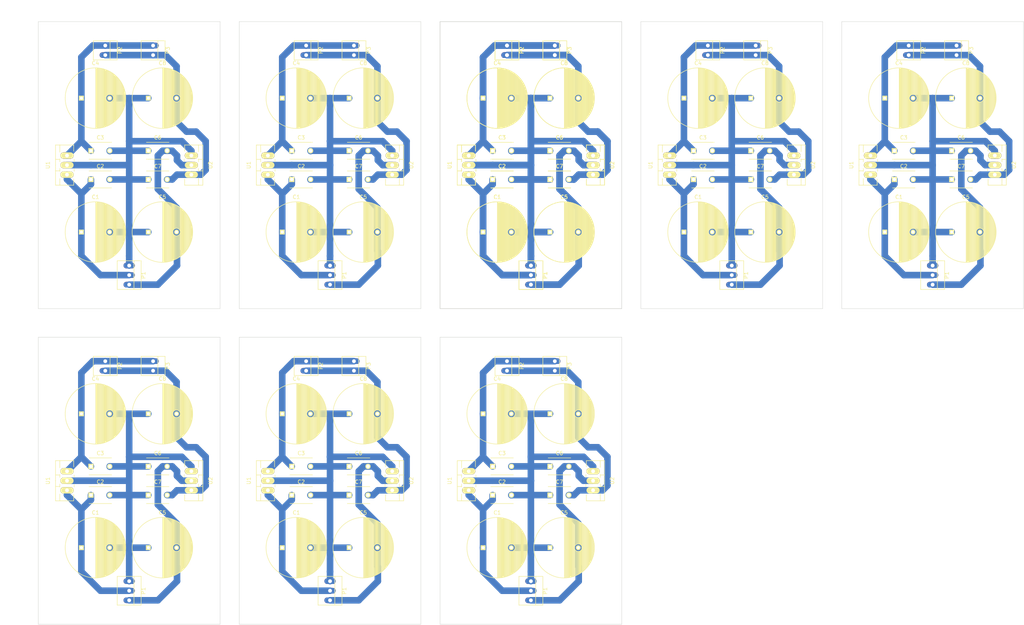
<source format=kicad_pcb>
(kicad_pcb (version 4) (host pcbnew 4.0.0-rc2-stable)
  (layers (0 F.Cu signal) (31 B.Cu signal) (34 B.Paste user) (35 F.Paste user) (36 B.SilkS user) (37 F.SilkS user) (38 B.Mask user) (39 F.Mask user) (44 Edge.Cuts user))
  (net 0 "")
  (net 1 +Vin)
  (net 2 GND)
  (net 3 +Vreg)
  (net 4 -Vin)
  (net 5 -Vreg)
  (module Capacitors_ThroughHole:C_Radial_D16_L25_P7.5 (layer F.Cu) (at 29.21 73.66)
    (fp_text reference C1 (at 3.75 -9.3) (layer F.SilkS))
    (fp_text value 1000u)
    (pad 1 thru_hole rect (at 0 0) (size 1.3 1.3) (drill 0.8) (layers *.Cu *.Mask F.SilkS) (net 1 +Vin))
    (pad 2 thru_hole circle (at 7.5 0) (size 1.3 1.3) (drill 0.8) (layers *.Cu *.Mask F.SilkS) (net 2 GND))
  )
  (module Capacitors_ThroughHole:C_Disc_D6_P5 (layer F.Cu) (at 31.75 59.69)
    (fp_text reference C2 (at 2.5 -3.5) (layer F.SilkS))
    (fp_text value 0.1u)
    (pad 1 thru_hole rect (at 0 0) (size 1.4 1.4) (drill 0.9) (layers *.Cu *.Mask F.SilkS) (net 1 +Vin))
    (pad 2 thru_hole circle (at 5 0) (size 1.4 1.4) (drill 0.9) (layers *.Cu *.Mask F.SilkS) (net 2 GND))
  )
  (module Capacitors_ThroughHole:C_Disc_D6_P5 (layer F.Cu) (at 31.75 52.07)
    (fp_text reference C3 (at 2.5 -3.5) (layer F.SilkS))
    (fp_text value 0.1u)
    (pad 1 thru_hole rect (at 0 0) (size 1.4 1.4) (drill 0.9) (layers *.Cu *.Mask F.SilkS) (net 3 +Vreg))
    (pad 2 thru_hole circle (at 5 0) (size 1.4 1.4) (drill 0.9) (layers *.Cu *.Mask F.SilkS) (net 2 GND))
  )
  (module Capacitors_ThroughHole:C_Radial_D16_L25_P7.5 (layer F.Cu) (at 29.21 38.1)
    (fp_text reference C4 (at 3.75 -9.3) (layer F.SilkS))
    (fp_text value 1000u)
    (pad 1 thru_hole rect (at 0 0) (size 1.3 1.3) (drill 0.8) (layers *.Cu *.Mask F.SilkS) (net 3 +Vreg))
    (pad 2 thru_hole circle (at 7.5 0) (size 1.3 1.3) (drill 0.8) (layers *.Cu *.Mask F.SilkS) (net 2 GND))
  )
  (module Capacitors_ThroughHole:C_Radial_D16_L25_P7.5 (layer F.Cu) (at 46.99 73.66)
    (fp_text reference C5 (at 3.75 -9.3) (layer F.SilkS))
    (fp_text value 1000u)
    (pad 1 thru_hole rect (at 0 0) (size 1.3 1.3) (drill 0.8) (layers *.Cu *.Mask F.SilkS) (net 2 GND))
    (pad 2 thru_hole circle (at 7.5 0) (size 1.3 1.3) (drill 0.8) (layers *.Cu *.Mask F.SilkS) (net 4 -Vin))
  )
  (module Capacitors_ThroughHole:C_Disc_D6_P5 (layer F.Cu) (at 46.99 52.07)
    (fp_text reference C6 (at 2.5 -3.5) (layer F.SilkS))
    (fp_text value 0.1u)
    (pad 1 thru_hole rect (at 0 0) (size 1.4 1.4) (drill 0.9) (layers *.Cu *.Mask F.SilkS) (net 2 GND))
    (pad 2 thru_hole circle (at 5 0) (size 1.4 1.4) (drill 0.9) (layers *.Cu *.Mask F.SilkS) (net 4 -Vin))
  )
  (module Capacitors_ThroughHole:C_Disc_D6_P5 (layer F.Cu) (at 46.99 59.69)
    (fp_text reference C7 (at 2.5 -3.5) (layer F.SilkS))
    (fp_text value 0.1u)
    (pad 1 thru_hole rect (at 0 0) (size 1.4 1.4) (drill 0.9) (layers *.Cu *.Mask F.SilkS) (net 2 GND))
    (pad 2 thru_hole circle (at 5 0) (size 1.4 1.4) (drill 0.9) (layers *.Cu *.Mask F.SilkS) (net 5 -Vreg))
  )
  (module Capacitors_ThroughHole:C_Radial_D16_L25_P7.5 (layer F.Cu) (at 46.99 38.1)
    (fp_text reference C8 (at 3.75 -9.3) (layer F.SilkS))
    (fp_text value 1000u)
    (pad 1 thru_hole rect (at 0 0) (size 1.3 1.3) (drill 0.8) (layers *.Cu *.Mask F.SilkS) (net 2 GND))
    (pad 2 thru_hole circle (at 7.5 0) (size 1.3 1.3) (drill 0.8) (layers *.Cu *.Mask F.SilkS) (net 5 -Vreg))
  )
  (module Connect:PINHEAD1-3 (layer F.Cu) (at 41.91 85.09 270)
    (fp_text reference P1 (at 0.05 -3.8 270) (layer F.SilkS))
    (fp_text value CONN_01X03)
    (pad 1 thru_hole oval (at -2.54 0 270) (size 1.50622 3.01498) (drill 0.99822) (layers *.Cu *.Mask) (net 2 GND))
    (pad 2 thru_hole oval (at 0 0 270) (size 1.50622 3.01498) (drill 0.99822) (layers *.Cu *.Mask) (net 1 +Vin))
    (pad 3 thru_hole oval (at 2.54 0 270) (size 1.50622 3.01498) (drill 0.99822) (layers *.Cu *.Mask) (net 4 -Vin))
  )
  (module Connect:PINHEAD1-2 (layer F.Cu) (at 48.26 25.4 270)
    (fp_text reference P3 (at 0 -3.9 270) (layer F.SilkS))
    (fp_text value CONN_01X02)
    (pad 1 thru_hole oval (at -1.27 0 270) (size 1.50622 3.01498) (drill 0.99822) (layers *.Cu *.Mask) (net 3 +Vreg))
    (pad 2 thru_hole oval (at 1.27 0 270) (size 1.50622 3.01498) (drill 0.99822) (layers *.Cu *.Mask) (net 5 -Vreg))
  )
  (module TO_SOT_Packages_THT:TO-220_Neutral123_Vertical_LargePads (layer F.Cu) (at 25.4 55.88 90)
    (fp_text reference U1 (at 0 -5.08 90) (layer F.SilkS))
    (fp_text value LM7812CT)
    (pad 2 thru_hole oval (at 0 0 180) (size 3.50012 1.69926) (drill 1.00076) (layers *.Cu *.Mask F.SilkS) (net 2 GND))
    (pad 1 thru_hole oval (at -2.54 0 180) (size 3.50012 1.69926) (drill 1.00076) (layers *.Cu *.Mask F.SilkS) (net 1 +Vin))
    (pad 3 thru_hole oval (at 2.54 0 180) (size 3.50012 1.69926) (drill 1.00076) (layers *.Cu *.Mask F.SilkS) (net 3 +Vreg))
  )
  (module TO_SOT_Packages_THT:TO-220_Neutral123_Vertical_LargePads (layer F.Cu) (at 58.42 55.88 270)
    (fp_text reference U2 (at 0 -5.08 270) (layer F.SilkS))
    (fp_text value LM7912CT)
    (pad 2 thru_hole oval (at 0 0) (size 3.50012 1.69926) (drill 1.00076) (layers *.Cu *.Mask F.SilkS) (net 4 -Vin))
    (pad 1 thru_hole oval (at -2.54 0) (size 3.50012 1.69926) (drill 1.00076) (layers *.Cu *.Mask F.SilkS) (net 2 GND))
    (pad 3 thru_hole oval (at 2.54 0) (size 3.50012 1.69926) (drill 1.00076) (layers *.Cu *.Mask F.SilkS) (net 5 -Vreg))
  )
  (module Connect:PINHEAD1-2 (layer F.Cu) (at 35.56 25.4 270)
    (fp_text reference P2 (at 0 -3.9 270) (layer F.SilkS))
    (fp_text value CONN_01X02)
    (pad 1 thru_hole oval (at -1.27 0 270) (size 1.50622 3.01498) (drill 0.99822) (layers *.Cu *.Mask) (net 3 +Vreg))
    (pad 2 thru_hole oval (at 1.27 0 270) (size 1.50622 3.01498) (drill 0.99822) (layers *.Cu *.Mask) (net 5 -Vreg))
  )
  (module Capacitors_ThroughHole:C_Radial_D16_L25_P7.5 (layer F.Cu) (at 82.55 73.66)
    (fp_text reference C1 (at 3.75 -9.3) (layer F.SilkS))
    (fp_text value 1000u)
    (pad 1 thru_hole rect (at 0 0) (size 1.3 1.3) (drill 0.8) (layers *.Cu *.Mask F.SilkS) (net 1 +Vin))
    (pad 2 thru_hole circle (at 7.5 0) (size 1.3 1.3) (drill 0.8) (layers *.Cu *.Mask F.SilkS) (net 2 GND))
  )
  (module Capacitors_ThroughHole:C_Disc_D6_P5 (layer F.Cu) (at 85.09 59.69)
    (fp_text reference C2 (at 2.5 -3.5) (layer F.SilkS))
    (fp_text value 0.1u)
    (pad 1 thru_hole rect (at 0 0) (size 1.4 1.4) (drill 0.9) (layers *.Cu *.Mask F.SilkS) (net 1 +Vin))
    (pad 2 thru_hole circle (at 5 0) (size 1.4 1.4) (drill 0.9) (layers *.Cu *.Mask F.SilkS) (net 2 GND))
  )
  (module Capacitors_ThroughHole:C_Disc_D6_P5 (layer F.Cu) (at 85.09 52.07)
    (fp_text reference C3 (at 2.5 -3.5) (layer F.SilkS))
    (fp_text value 0.1u)
    (pad 1 thru_hole rect (at 0 0) (size 1.4 1.4) (drill 0.9) (layers *.Cu *.Mask F.SilkS) (net 3 +Vreg))
    (pad 2 thru_hole circle (at 5 0) (size 1.4 1.4) (drill 0.9) (layers *.Cu *.Mask F.SilkS) (net 2 GND))
  )
  (module Capacitors_ThroughHole:C_Radial_D16_L25_P7.5 (layer F.Cu) (at 82.55 38.1)
    (fp_text reference C4 (at 3.75 -9.3) (layer F.SilkS))
    (fp_text value 1000u)
    (pad 1 thru_hole rect (at 0 0) (size 1.3 1.3) (drill 0.8) (layers *.Cu *.Mask F.SilkS) (net 3 +Vreg))
    (pad 2 thru_hole circle (at 7.5 0) (size 1.3 1.3) (drill 0.8) (layers *.Cu *.Mask F.SilkS) (net 2 GND))
  )
  (module Capacitors_ThroughHole:C_Radial_D16_L25_P7.5 (layer F.Cu) (at 100.33 73.66)
    (fp_text reference C5 (at 3.75 -9.3) (layer F.SilkS))
    (fp_text value 1000u)
    (pad 1 thru_hole rect (at 0 0) (size 1.3 1.3) (drill 0.8) (layers *.Cu *.Mask F.SilkS) (net 2 GND))
    (pad 2 thru_hole circle (at 7.5 0) (size 1.3 1.3) (drill 0.8) (layers *.Cu *.Mask F.SilkS) (net 4 -Vin))
  )
  (module Capacitors_ThroughHole:C_Disc_D6_P5 (layer F.Cu) (at 100.33 52.07)
    (fp_text reference C6 (at 2.5 -3.5) (layer F.SilkS))
    (fp_text value 0.1u)
    (pad 1 thru_hole rect (at 0 0) (size 1.4 1.4) (drill 0.9) (layers *.Cu *.Mask F.SilkS) (net 2 GND))
    (pad 2 thru_hole circle (at 5 0) (size 1.4 1.4) (drill 0.9) (layers *.Cu *.Mask F.SilkS) (net 4 -Vin))
  )
  (module Capacitors_ThroughHole:C_Disc_D6_P5 (layer F.Cu) (at 100.33 59.69)
    (fp_text reference C7 (at 2.5 -3.5) (layer F.SilkS))
    (fp_text value 0.1u)
    (pad 1 thru_hole rect (at 0 0) (size 1.4 1.4) (drill 0.9) (layers *.Cu *.Mask F.SilkS) (net 2 GND))
    (pad 2 thru_hole circle (at 5 0) (size 1.4 1.4) (drill 0.9) (layers *.Cu *.Mask F.SilkS) (net 5 -Vreg))
  )
  (module Capacitors_ThroughHole:C_Radial_D16_L25_P7.5 (layer F.Cu) (at 100.33 38.1)
    (fp_text reference C8 (at 3.75 -9.3) (layer F.SilkS))
    (fp_text value 1000u)
    (pad 1 thru_hole rect (at 0 0) (size 1.3 1.3) (drill 0.8) (layers *.Cu *.Mask F.SilkS) (net 2 GND))
    (pad 2 thru_hole circle (at 7.5 0) (size 1.3 1.3) (drill 0.8) (layers *.Cu *.Mask F.SilkS) (net 5 -Vreg))
  )
  (module Connect:PINHEAD1-3 (layer F.Cu) (at 95.25 85.09 270)
    (fp_text reference P1 (at 0.05 -3.8 270) (layer F.SilkS))
    (fp_text value CONN_01X03)
    (pad 1 thru_hole oval (at -2.54 0 270) (size 1.50622 3.01498) (drill 0.99822) (layers *.Cu *.Mask) (net 2 GND))
    (pad 2 thru_hole oval (at 0 0 270) (size 1.50622 3.01498) (drill 0.99822) (layers *.Cu *.Mask) (net 1 +Vin))
    (pad 3 thru_hole oval (at 2.54 0 270) (size 1.50622 3.01498) (drill 0.99822) (layers *.Cu *.Mask) (net 4 -Vin))
  )
  (module Connect:PINHEAD1-2 (layer F.Cu) (at 101.6 25.4 270)
    (fp_text reference P3 (at 0 -3.9 270) (layer F.SilkS))
    (fp_text value CONN_01X02)
    (pad 1 thru_hole oval (at -1.27 0 270) (size 1.50622 3.01498) (drill 0.99822) (layers *.Cu *.Mask) (net 3 +Vreg))
    (pad 2 thru_hole oval (at 1.27 0 270) (size 1.50622 3.01498) (drill 0.99822) (layers *.Cu *.Mask) (net 5 -Vreg))
  )
  (module TO_SOT_Packages_THT:TO-220_Neutral123_Vertical_LargePads (layer F.Cu) (at 78.74 55.88 90)
    (fp_text reference U1 (at 0 -5.08 90) (layer F.SilkS))
    (fp_text value LM7812CT)
    (pad 2 thru_hole oval (at 0 0 180) (size 3.50012 1.69926) (drill 1.00076) (layers *.Cu *.Mask F.SilkS) (net 2 GND))
    (pad 1 thru_hole oval (at -2.54 0 180) (size 3.50012 1.69926) (drill 1.00076) (layers *.Cu *.Mask F.SilkS) (net 1 +Vin))
    (pad 3 thru_hole oval (at 2.54 0 180) (size 3.50012 1.69926) (drill 1.00076) (layers *.Cu *.Mask F.SilkS) (net 3 +Vreg))
  )
  (module TO_SOT_Packages_THT:TO-220_Neutral123_Vertical_LargePads (layer F.Cu) (at 111.76 55.88 270)
    (fp_text reference U2 (at 0 -5.08 270) (layer F.SilkS))
    (fp_text value LM7912CT)
    (pad 2 thru_hole oval (at 0 0) (size 3.50012 1.69926) (drill 1.00076) (layers *.Cu *.Mask F.SilkS) (net 4 -Vin))
    (pad 1 thru_hole oval (at -2.54 0) (size 3.50012 1.69926) (drill 1.00076) (layers *.Cu *.Mask F.SilkS) (net 2 GND))
    (pad 3 thru_hole oval (at 2.54 0) (size 3.50012 1.69926) (drill 1.00076) (layers *.Cu *.Mask F.SilkS) (net 5 -Vreg))
  )
  (module Connect:PINHEAD1-2 (layer F.Cu) (at 88.9 25.4 270)
    (fp_text reference P2 (at 0 -3.9 270) (layer F.SilkS))
    (fp_text value CONN_01X02)
    (pad 1 thru_hole oval (at -1.27 0 270) (size 1.50622 3.01498) (drill 0.99822) (layers *.Cu *.Mask) (net 3 +Vreg))
    (pad 2 thru_hole oval (at 1.27 0 270) (size 1.50622 3.01498) (drill 0.99822) (layers *.Cu *.Mask) (net 5 -Vreg))
  )
  (module Capacitors_ThroughHole:C_Radial_D16_L25_P7.5 (layer F.Cu) (at 135.89 73.66)
    (fp_text reference C1 (at 3.75 -9.3) (layer F.SilkS))
    (fp_text value 1000u)
    (pad 1 thru_hole rect (at 0 0) (size 1.3 1.3) (drill 0.8) (layers *.Cu *.Mask F.SilkS) (net 1 +Vin))
    (pad 2 thru_hole circle (at 7.5 0) (size 1.3 1.3) (drill 0.8) (layers *.Cu *.Mask F.SilkS) (net 2 GND))
  )
  (module Capacitors_ThroughHole:C_Disc_D6_P5 (layer F.Cu) (at 138.43 59.69)
    (fp_text reference C2 (at 2.5 -3.5) (layer F.SilkS))
    (fp_text value 0.1u)
    (pad 1 thru_hole rect (at 0 0) (size 1.4 1.4) (drill 0.9) (layers *.Cu *.Mask F.SilkS) (net 1 +Vin))
    (pad 2 thru_hole circle (at 5 0) (size 1.4 1.4) (drill 0.9) (layers *.Cu *.Mask F.SilkS) (net 2 GND))
  )
  (module Capacitors_ThroughHole:C_Disc_D6_P5 (layer F.Cu) (at 138.43 52.07)
    (fp_text reference C3 (at 2.5 -3.5) (layer F.SilkS))
    (fp_text value 0.1u)
    (pad 1 thru_hole rect (at 0 0) (size 1.4 1.4) (drill 0.9) (layers *.Cu *.Mask F.SilkS) (net 3 +Vreg))
    (pad 2 thru_hole circle (at 5 0) (size 1.4 1.4) (drill 0.9) (layers *.Cu *.Mask F.SilkS) (net 2 GND))
  )
  (module Capacitors_ThroughHole:C_Radial_D16_L25_P7.5 (layer F.Cu) (at 135.89 38.1)
    (fp_text reference C4 (at 3.75 -9.3) (layer F.SilkS))
    (fp_text value 1000u)
    (pad 1 thru_hole rect (at 0 0) (size 1.3 1.3) (drill 0.8) (layers *.Cu *.Mask F.SilkS) (net 3 +Vreg))
    (pad 2 thru_hole circle (at 7.5 0) (size 1.3 1.3) (drill 0.8) (layers *.Cu *.Mask F.SilkS) (net 2 GND))
  )
  (module Capacitors_ThroughHole:C_Radial_D16_L25_P7.5 (layer F.Cu) (at 153.67 73.66)
    (fp_text reference C5 (at 3.75 -9.3) (layer F.SilkS))
    (fp_text value 1000u)
    (pad 1 thru_hole rect (at 0 0) (size 1.3 1.3) (drill 0.8) (layers *.Cu *.Mask F.SilkS) (net 2 GND))
    (pad 2 thru_hole circle (at 7.5 0) (size 1.3 1.3) (drill 0.8) (layers *.Cu *.Mask F.SilkS) (net 4 -Vin))
  )
  (module Capacitors_ThroughHole:C_Disc_D6_P5 (layer F.Cu) (at 153.67 52.07)
    (fp_text reference C6 (at 2.5 -3.5) (layer F.SilkS))
    (fp_text value 0.1u)
    (pad 1 thru_hole rect (at 0 0) (size 1.4 1.4) (drill 0.9) (layers *.Cu *.Mask F.SilkS) (net 2 GND))
    (pad 2 thru_hole circle (at 5 0) (size 1.4 1.4) (drill 0.9) (layers *.Cu *.Mask F.SilkS) (net 4 -Vin))
  )
  (module Capacitors_ThroughHole:C_Disc_D6_P5 (layer F.Cu) (at 153.67 59.69)
    (fp_text reference C7 (at 2.5 -3.5) (layer F.SilkS))
    (fp_text value 0.1u)
    (pad 1 thru_hole rect (at 0 0) (size 1.4 1.4) (drill 0.9) (layers *.Cu *.Mask F.SilkS) (net 2 GND))
    (pad 2 thru_hole circle (at 5 0) (size 1.4 1.4) (drill 0.9) (layers *.Cu *.Mask F.SilkS) (net 5 -Vreg))
  )
  (module Capacitors_ThroughHole:C_Radial_D16_L25_P7.5 (layer F.Cu) (at 153.67 38.1)
    (fp_text reference C8 (at 3.75 -9.3) (layer F.SilkS))
    (fp_text value 1000u)
    (pad 1 thru_hole rect (at 0 0) (size 1.3 1.3) (drill 0.8) (layers *.Cu *.Mask F.SilkS) (net 2 GND))
    (pad 2 thru_hole circle (at 7.5 0) (size 1.3 1.3) (drill 0.8) (layers *.Cu *.Mask F.SilkS) (net 5 -Vreg))
  )
  (module Connect:PINHEAD1-3 (layer F.Cu) (at 148.59 85.09 270)
    (fp_text reference P1 (at 0.05 -3.8 270) (layer F.SilkS))
    (fp_text value CONN_01X03)
    (pad 1 thru_hole oval (at -2.54 0 270) (size 1.50622 3.01498) (drill 0.99822) (layers *.Cu *.Mask) (net 2 GND))
    (pad 2 thru_hole oval (at 0 0 270) (size 1.50622 3.01498) (drill 0.99822) (layers *.Cu *.Mask) (net 1 +Vin))
    (pad 3 thru_hole oval (at 2.54 0 270) (size 1.50622 3.01498) (drill 0.99822) (layers *.Cu *.Mask) (net 4 -Vin))
  )
  (module Connect:PINHEAD1-2 (layer F.Cu) (at 154.94 25.4 270)
    (fp_text reference P3 (at 0 -3.9 270) (layer F.SilkS))
    (fp_text value CONN_01X02)
    (pad 1 thru_hole oval (at -1.27 0 270) (size 1.50622 3.01498) (drill 0.99822) (layers *.Cu *.Mask) (net 3 +Vreg))
    (pad 2 thru_hole oval (at 1.27 0 270) (size 1.50622 3.01498) (drill 0.99822) (layers *.Cu *.Mask) (net 5 -Vreg))
  )
  (module TO_SOT_Packages_THT:TO-220_Neutral123_Vertical_LargePads (layer F.Cu) (at 132.08 55.88 90)
    (fp_text reference U1 (at 0 -5.08 90) (layer F.SilkS))
    (fp_text value LM7812CT)
    (pad 2 thru_hole oval (at 0 0 180) (size 3.50012 1.69926) (drill 1.00076) (layers *.Cu *.Mask F.SilkS) (net 2 GND))
    (pad 1 thru_hole oval (at -2.54 0 180) (size 3.50012 1.69926) (drill 1.00076) (layers *.Cu *.Mask F.SilkS) (net 1 +Vin))
    (pad 3 thru_hole oval (at 2.54 0 180) (size 3.50012 1.69926) (drill 1.00076) (layers *.Cu *.Mask F.SilkS) (net 3 +Vreg))
  )
  (module TO_SOT_Packages_THT:TO-220_Neutral123_Vertical_LargePads (layer F.Cu) (at 165.1 55.88 270)
    (fp_text reference U2 (at 0 -5.08 270) (layer F.SilkS))
    (fp_text value LM7912CT)
    (pad 2 thru_hole oval (at 0 0) (size 3.50012 1.69926) (drill 1.00076) (layers *.Cu *.Mask F.SilkS) (net 4 -Vin))
    (pad 1 thru_hole oval (at -2.54 0) (size 3.50012 1.69926) (drill 1.00076) (layers *.Cu *.Mask F.SilkS) (net 2 GND))
    (pad 3 thru_hole oval (at 2.54 0) (size 3.50012 1.69926) (drill 1.00076) (layers *.Cu *.Mask F.SilkS) (net 5 -Vreg))
  )
  (module Connect:PINHEAD1-2 (layer F.Cu) (at 142.24 25.4 270)
    (fp_text reference P2 (at 0 -3.9 270) (layer F.SilkS))
    (fp_text value CONN_01X02)
    (pad 1 thru_hole oval (at -1.27 0 270) (size 1.50622 3.01498) (drill 0.99822) (layers *.Cu *.Mask) (net 3 +Vreg))
    (pad 2 thru_hole oval (at 1.27 0 270) (size 1.50622 3.01498) (drill 0.99822) (layers *.Cu *.Mask) (net 5 -Vreg))
  )
  (module Capacitors_ThroughHole:C_Radial_D16_L25_P7.5 (layer F.Cu) (at 135.89 73.66)
    (fp_text reference C1 (at 3.75 -9.3) (layer F.SilkS))
    (fp_text value 1000u)
    (pad 1 thru_hole rect (at 0 0) (size 1.3 1.3) (drill 0.8) (layers *.Cu *.Mask F.SilkS) (net 1 +Vin))
    (pad 2 thru_hole circle (at 7.5 0) (size 1.3 1.3) (drill 0.8) (layers *.Cu *.Mask F.SilkS) (net 2 GND))
  )
  (module Capacitors_ThroughHole:C_Disc_D6_P5 (layer F.Cu) (at 138.43 59.69)
    (fp_text reference C2 (at 2.5 -3.5) (layer F.SilkS))
    (fp_text value 0.1u)
    (pad 1 thru_hole rect (at 0 0) (size 1.4 1.4) (drill 0.9) (layers *.Cu *.Mask F.SilkS) (net 1 +Vin))
    (pad 2 thru_hole circle (at 5 0) (size 1.4 1.4) (drill 0.9) (layers *.Cu *.Mask F.SilkS) (net 2 GND))
  )
  (module Capacitors_ThroughHole:C_Disc_D6_P5 (layer F.Cu) (at 138.43 52.07)
    (fp_text reference C3 (at 2.5 -3.5) (layer F.SilkS))
    (fp_text value 0.1u)
    (pad 1 thru_hole rect (at 0 0) (size 1.4 1.4) (drill 0.9) (layers *.Cu *.Mask F.SilkS) (net 3 +Vreg))
    (pad 2 thru_hole circle (at 5 0) (size 1.4 1.4) (drill 0.9) (layers *.Cu *.Mask F.SilkS) (net 2 GND))
  )
  (module Capacitors_ThroughHole:C_Radial_D16_L25_P7.5 (layer F.Cu) (at 135.89 38.1)
    (fp_text reference C4 (at 3.75 -9.3) (layer F.SilkS))
    (fp_text value 1000u)
    (pad 1 thru_hole rect (at 0 0) (size 1.3 1.3) (drill 0.8) (layers *.Cu *.Mask F.SilkS) (net 3 +Vreg))
    (pad 2 thru_hole circle (at 7.5 0) (size 1.3 1.3) (drill 0.8) (layers *.Cu *.Mask F.SilkS) (net 2 GND))
  )
  (module Capacitors_ThroughHole:C_Radial_D16_L25_P7.5 (layer F.Cu) (at 153.67 73.66)
    (fp_text reference C5 (at 3.75 -9.3) (layer F.SilkS))
    (fp_text value 1000u)
    (pad 1 thru_hole rect (at 0 0) (size 1.3 1.3) (drill 0.8) (layers *.Cu *.Mask F.SilkS) (net 2 GND))
    (pad 2 thru_hole circle (at 7.5 0) (size 1.3 1.3) (drill 0.8) (layers *.Cu *.Mask F.SilkS) (net 4 -Vin))
  )
  (module Capacitors_ThroughHole:C_Disc_D6_P5 (layer F.Cu) (at 153.67 52.07)
    (fp_text reference C6 (at 2.5 -3.5) (layer F.SilkS))
    (fp_text value 0.1u)
    (pad 1 thru_hole rect (at 0 0) (size 1.4 1.4) (drill 0.9) (layers *.Cu *.Mask F.SilkS) (net 2 GND))
    (pad 2 thru_hole circle (at 5 0) (size 1.4 1.4) (drill 0.9) (layers *.Cu *.Mask F.SilkS) (net 4 -Vin))
  )
  (module Capacitors_ThroughHole:C_Disc_D6_P5 (layer F.Cu) (at 153.67 59.69)
    (fp_text reference C7 (at 2.5 -3.5) (layer F.SilkS))
    (fp_text value 0.1u)
    (pad 1 thru_hole rect (at 0 0) (size 1.4 1.4) (drill 0.9) (layers *.Cu *.Mask F.SilkS) (net 2 GND))
    (pad 2 thru_hole circle (at 5 0) (size 1.4 1.4) (drill 0.9) (layers *.Cu *.Mask F.SilkS) (net 5 -Vreg))
  )
  (module Capacitors_ThroughHole:C_Radial_D16_L25_P7.5 (layer F.Cu) (at 153.67 38.1)
    (fp_text reference C8 (at 3.75 -9.3) (layer F.SilkS))
    (fp_text value 1000u)
    (pad 1 thru_hole rect (at 0 0) (size 1.3 1.3) (drill 0.8) (layers *.Cu *.Mask F.SilkS) (net 2 GND))
    (pad 2 thru_hole circle (at 7.5 0) (size 1.3 1.3) (drill 0.8) (layers *.Cu *.Mask F.SilkS) (net 5 -Vreg))
  )
  (module Connect:PINHEAD1-3 (layer F.Cu) (at 148.59 85.09 270)
    (fp_text reference P1 (at 0.05 -3.8 270) (layer F.SilkS))
    (fp_text value CONN_01X03)
    (pad 1 thru_hole oval (at -2.54 0 270) (size 1.50622 3.01498) (drill 0.99822) (layers *.Cu *.Mask) (net 2 GND))
    (pad 2 thru_hole oval (at 0 0 270) (size 1.50622 3.01498) (drill 0.99822) (layers *.Cu *.Mask) (net 1 +Vin))
    (pad 3 thru_hole oval (at 2.54 0 270) (size 1.50622 3.01498) (drill 0.99822) (layers *.Cu *.Mask) (net 4 -Vin))
  )
  (module Connect:PINHEAD1-2 (layer F.Cu) (at 154.94 25.4 270)
    (fp_text reference P3 (at 0 -3.9 270) (layer F.SilkS))
    (fp_text value CONN_01X02)
    (pad 1 thru_hole oval (at -1.27 0 270) (size 1.50622 3.01498) (drill 0.99822) (layers *.Cu *.Mask) (net 3 +Vreg))
    (pad 2 thru_hole oval (at 1.27 0 270) (size 1.50622 3.01498) (drill 0.99822) (layers *.Cu *.Mask) (net 5 -Vreg))
  )
  (module TO_SOT_Packages_THT:TO-220_Neutral123_Vertical_LargePads (layer F.Cu) (at 132.08 55.88 90)
    (fp_text reference U1 (at 0 -5.08 90) (layer F.SilkS))
    (fp_text value LM7812CT)
    (pad 2 thru_hole oval (at 0 0 180) (size 3.50012 1.69926) (drill 1.00076) (layers *.Cu *.Mask F.SilkS) (net 2 GND))
    (pad 1 thru_hole oval (at -2.54 0 180) (size 3.50012 1.69926) (drill 1.00076) (layers *.Cu *.Mask F.SilkS) (net 1 +Vin))
    (pad 3 thru_hole oval (at 2.54 0 180) (size 3.50012 1.69926) (drill 1.00076) (layers *.Cu *.Mask F.SilkS) (net 3 +Vreg))
  )
  (module TO_SOT_Packages_THT:TO-220_Neutral123_Vertical_LargePads (layer F.Cu) (at 165.1 55.88 270)
    (fp_text reference U2 (at 0 -5.08 270) (layer F.SilkS))
    (fp_text value LM7912CT)
    (pad 2 thru_hole oval (at 0 0) (size 3.50012 1.69926) (drill 1.00076) (layers *.Cu *.Mask F.SilkS) (net 4 -Vin))
    (pad 1 thru_hole oval (at -2.54 0) (size 3.50012 1.69926) (drill 1.00076) (layers *.Cu *.Mask F.SilkS) (net 2 GND))
    (pad 3 thru_hole oval (at 2.54 0) (size 3.50012 1.69926) (drill 1.00076) (layers *.Cu *.Mask F.SilkS) (net 5 -Vreg))
  )
  (module Connect:PINHEAD1-2 (layer F.Cu) (at 142.24 25.4 270)
    (fp_text reference P2 (at 0 -3.9 270) (layer F.SilkS))
    (fp_text value CONN_01X02)
    (pad 1 thru_hole oval (at -1.27 0 270) (size 1.50622 3.01498) (drill 0.99822) (layers *.Cu *.Mask) (net 3 +Vreg))
    (pad 2 thru_hole oval (at 1.27 0 270) (size 1.50622 3.01498) (drill 0.99822) (layers *.Cu *.Mask) (net 5 -Vreg))
  )
  (module Capacitors_ThroughHole:C_Radial_D16_L25_P7.5 (layer F.Cu) (at 189.23 73.66)
    (fp_text reference C1 (at 3.75 -9.3) (layer F.SilkS))
    (fp_text value 1000u)
    (pad 1 thru_hole rect (at 0 0) (size 1.3 1.3) (drill 0.8) (layers *.Cu *.Mask F.SilkS) (net 1 +Vin))
    (pad 2 thru_hole circle (at 7.5 0) (size 1.3 1.3) (drill 0.8) (layers *.Cu *.Mask F.SilkS) (net 2 GND))
  )
  (module Capacitors_ThroughHole:C_Disc_D6_P5 (layer F.Cu) (at 191.77 59.69)
    (fp_text reference C2 (at 2.5 -3.5) (layer F.SilkS))
    (fp_text value 0.1u)
    (pad 1 thru_hole rect (at 0 0) (size 1.4 1.4) (drill 0.9) (layers *.Cu *.Mask F.SilkS) (net 1 +Vin))
    (pad 2 thru_hole circle (at 5 0) (size 1.4 1.4) (drill 0.9) (layers *.Cu *.Mask F.SilkS) (net 2 GND))
  )
  (module Capacitors_ThroughHole:C_Disc_D6_P5 (layer F.Cu) (at 191.77 52.07)
    (fp_text reference C3 (at 2.5 -3.5) (layer F.SilkS))
    (fp_text value 0.1u)
    (pad 1 thru_hole rect (at 0 0) (size 1.4 1.4) (drill 0.9) (layers *.Cu *.Mask F.SilkS) (net 3 +Vreg))
    (pad 2 thru_hole circle (at 5 0) (size 1.4 1.4) (drill 0.9) (layers *.Cu *.Mask F.SilkS) (net 2 GND))
  )
  (module Capacitors_ThroughHole:C_Radial_D16_L25_P7.5 (layer F.Cu) (at 189.23 38.1)
    (fp_text reference C4 (at 3.75 -9.3) (layer F.SilkS))
    (fp_text value 1000u)
    (pad 1 thru_hole rect (at 0 0) (size 1.3 1.3) (drill 0.8) (layers *.Cu *.Mask F.SilkS) (net 3 +Vreg))
    (pad 2 thru_hole circle (at 7.5 0) (size 1.3 1.3) (drill 0.8) (layers *.Cu *.Mask F.SilkS) (net 2 GND))
  )
  (module Capacitors_ThroughHole:C_Radial_D16_L25_P7.5 (layer F.Cu) (at 207.01 73.66)
    (fp_text reference C5 (at 3.75 -9.3) (layer F.SilkS))
    (fp_text value 1000u)
    (pad 1 thru_hole rect (at 0 0) (size 1.3 1.3) (drill 0.8) (layers *.Cu *.Mask F.SilkS) (net 2 GND))
    (pad 2 thru_hole circle (at 7.5 0) (size 1.3 1.3) (drill 0.8) (layers *.Cu *.Mask F.SilkS) (net 4 -Vin))
  )
  (module Capacitors_ThroughHole:C_Disc_D6_P5 (layer F.Cu) (at 207.01 52.07)
    (fp_text reference C6 (at 2.5 -3.5) (layer F.SilkS))
    (fp_text value 0.1u)
    (pad 1 thru_hole rect (at 0 0) (size 1.4 1.4) (drill 0.9) (layers *.Cu *.Mask F.SilkS) (net 2 GND))
    (pad 2 thru_hole circle (at 5 0) (size 1.4 1.4) (drill 0.9) (layers *.Cu *.Mask F.SilkS) (net 4 -Vin))
  )
  (module Capacitors_ThroughHole:C_Disc_D6_P5 (layer F.Cu) (at 207.01 59.69)
    (fp_text reference C7 (at 2.5 -3.5) (layer F.SilkS))
    (fp_text value 0.1u)
    (pad 1 thru_hole rect (at 0 0) (size 1.4 1.4) (drill 0.9) (layers *.Cu *.Mask F.SilkS) (net 2 GND))
    (pad 2 thru_hole circle (at 5 0) (size 1.4 1.4) (drill 0.9) (layers *.Cu *.Mask F.SilkS) (net 5 -Vreg))
  )
  (module Capacitors_ThroughHole:C_Radial_D16_L25_P7.5 (layer F.Cu) (at 207.01 38.1)
    (fp_text reference C8 (at 3.75 -9.3) (layer F.SilkS))
    (fp_text value 1000u)
    (pad 1 thru_hole rect (at 0 0) (size 1.3 1.3) (drill 0.8) (layers *.Cu *.Mask F.SilkS) (net 2 GND))
    (pad 2 thru_hole circle (at 7.5 0) (size 1.3 1.3) (drill 0.8) (layers *.Cu *.Mask F.SilkS) (net 5 -Vreg))
  )
  (module Connect:PINHEAD1-3 (layer F.Cu) (at 201.93 85.09 270)
    (fp_text reference P1 (at 0.05 -3.8 270) (layer F.SilkS))
    (fp_text value CONN_01X03)
    (pad 1 thru_hole oval (at -2.54 0 270) (size 1.50622 3.01498) (drill 0.99822) (layers *.Cu *.Mask) (net 2 GND))
    (pad 2 thru_hole oval (at 0 0 270) (size 1.50622 3.01498) (drill 0.99822) (layers *.Cu *.Mask) (net 1 +Vin))
    (pad 3 thru_hole oval (at 2.54 0 270) (size 1.50622 3.01498) (drill 0.99822) (layers *.Cu *.Mask) (net 4 -Vin))
  )
  (module Connect:PINHEAD1-2 (layer F.Cu) (at 208.28 25.4 270)
    (fp_text reference P3 (at 0 -3.9 270) (layer F.SilkS))
    (fp_text value CONN_01X02)
    (pad 1 thru_hole oval (at -1.27 0 270) (size 1.50622 3.01498) (drill 0.99822) (layers *.Cu *.Mask) (net 3 +Vreg))
    (pad 2 thru_hole oval (at 1.27 0 270) (size 1.50622 3.01498) (drill 0.99822) (layers *.Cu *.Mask) (net 5 -Vreg))
  )
  (module TO_SOT_Packages_THT:TO-220_Neutral123_Vertical_LargePads (layer F.Cu) (at 185.42 55.88 90)
    (fp_text reference U1 (at 0 -5.08 90) (layer F.SilkS))
    (fp_text value LM7812CT)
    (pad 2 thru_hole oval (at 0 0 180) (size 3.50012 1.69926) (drill 1.00076) (layers *.Cu *.Mask F.SilkS) (net 2 GND))
    (pad 1 thru_hole oval (at -2.54 0 180) (size 3.50012 1.69926) (drill 1.00076) (layers *.Cu *.Mask F.SilkS) (net 1 +Vin))
    (pad 3 thru_hole oval (at 2.54 0 180) (size 3.50012 1.69926) (drill 1.00076) (layers *.Cu *.Mask F.SilkS) (net 3 +Vreg))
  )
  (module TO_SOT_Packages_THT:TO-220_Neutral123_Vertical_LargePads (layer F.Cu) (at 218.44 55.88 270)
    (fp_text reference U2 (at 0 -5.08 270) (layer F.SilkS))
    (fp_text value LM7912CT)
    (pad 2 thru_hole oval (at 0 0) (size 3.50012 1.69926) (drill 1.00076) (layers *.Cu *.Mask F.SilkS) (net 4 -Vin))
    (pad 1 thru_hole oval (at -2.54 0) (size 3.50012 1.69926) (drill 1.00076) (layers *.Cu *.Mask F.SilkS) (net 2 GND))
    (pad 3 thru_hole oval (at 2.54 0) (size 3.50012 1.69926) (drill 1.00076) (layers *.Cu *.Mask F.SilkS) (net 5 -Vreg))
  )
  (module Connect:PINHEAD1-2 (layer F.Cu) (at 195.58 25.4 270)
    (fp_text reference P2 (at 0 -3.9 270) (layer F.SilkS))
    (fp_text value CONN_01X02)
    (pad 1 thru_hole oval (at -1.27 0 270) (size 1.50622 3.01498) (drill 0.99822) (layers *.Cu *.Mask) (net 3 +Vreg))
    (pad 2 thru_hole oval (at 1.27 0 270) (size 1.50622 3.01498) (drill 0.99822) (layers *.Cu *.Mask) (net 5 -Vreg))
  )
  (module Capacitors_ThroughHole:C_Radial_D16_L25_P7.5 (layer F.Cu) (at 242.57 73.66)
    (fp_text reference C1 (at 3.75 -9.3) (layer F.SilkS))
    (fp_text value 1000u)
    (pad 1 thru_hole rect (at 0 0) (size 1.3 1.3) (drill 0.8) (layers *.Cu *.Mask F.SilkS) (net 1 +Vin))
    (pad 2 thru_hole circle (at 7.5 0) (size 1.3 1.3) (drill 0.8) (layers *.Cu *.Mask F.SilkS) (net 2 GND))
  )
  (module Capacitors_ThroughHole:C_Disc_D6_P5 (layer F.Cu) (at 245.11 59.69)
    (fp_text reference C2 (at 2.5 -3.5) (layer F.SilkS))
    (fp_text value 0.1u)
    (pad 1 thru_hole rect (at 0 0) (size 1.4 1.4) (drill 0.9) (layers *.Cu *.Mask F.SilkS) (net 1 +Vin))
    (pad 2 thru_hole circle (at 5 0) (size 1.4 1.4) (drill 0.9) (layers *.Cu *.Mask F.SilkS) (net 2 GND))
  )
  (module Capacitors_ThroughHole:C_Disc_D6_P5 (layer F.Cu) (at 245.11 52.07)
    (fp_text reference C3 (at 2.5 -3.5) (layer F.SilkS))
    (fp_text value 0.1u)
    (pad 1 thru_hole rect (at 0 0) (size 1.4 1.4) (drill 0.9) (layers *.Cu *.Mask F.SilkS) (net 3 +Vreg))
    (pad 2 thru_hole circle (at 5 0) (size 1.4 1.4) (drill 0.9) (layers *.Cu *.Mask F.SilkS) (net 2 GND))
  )
  (module Capacitors_ThroughHole:C_Radial_D16_L25_P7.5 (layer F.Cu) (at 242.57 38.1)
    (fp_text reference C4 (at 3.75 -9.3) (layer F.SilkS))
    (fp_text value 1000u)
    (pad 1 thru_hole rect (at 0 0) (size 1.3 1.3) (drill 0.8) (layers *.Cu *.Mask F.SilkS) (net 3 +Vreg))
    (pad 2 thru_hole circle (at 7.5 0) (size 1.3 1.3) (drill 0.8) (layers *.Cu *.Mask F.SilkS) (net 2 GND))
  )
  (module Capacitors_ThroughHole:C_Radial_D16_L25_P7.5 (layer F.Cu) (at 260.35 73.66)
    (fp_text reference C5 (at 3.75 -9.3) (layer F.SilkS))
    (fp_text value 1000u)
    (pad 1 thru_hole rect (at 0 0) (size 1.3 1.3) (drill 0.8) (layers *.Cu *.Mask F.SilkS) (net 2 GND))
    (pad 2 thru_hole circle (at 7.5 0) (size 1.3 1.3) (drill 0.8) (layers *.Cu *.Mask F.SilkS) (net 4 -Vin))
  )
  (module Capacitors_ThroughHole:C_Disc_D6_P5 (layer F.Cu) (at 260.35 52.07)
    (fp_text reference C6 (at 2.5 -3.5) (layer F.SilkS))
    (fp_text value 0.1u)
    (pad 1 thru_hole rect (at 0 0) (size 1.4 1.4) (drill 0.9) (layers *.Cu *.Mask F.SilkS) (net 2 GND))
    (pad 2 thru_hole circle (at 5 0) (size 1.4 1.4) (drill 0.9) (layers *.Cu *.Mask F.SilkS) (net 4 -Vin))
  )
  (module Capacitors_ThroughHole:C_Disc_D6_P5 (layer F.Cu) (at 260.35 59.69)
    (fp_text reference C7 (at 2.5 -3.5) (layer F.SilkS))
    (fp_text value 0.1u)
    (pad 1 thru_hole rect (at 0 0) (size 1.4 1.4) (drill 0.9) (layers *.Cu *.Mask F.SilkS) (net 2 GND))
    (pad 2 thru_hole circle (at 5 0) (size 1.4 1.4) (drill 0.9) (layers *.Cu *.Mask F.SilkS) (net 5 -Vreg))
  )
  (module Capacitors_ThroughHole:C_Radial_D16_L25_P7.5 (layer F.Cu) (at 260.35 38.1)
    (fp_text reference C8 (at 3.75 -9.3) (layer F.SilkS))
    (fp_text value 1000u)
    (pad 1 thru_hole rect (at 0 0) (size 1.3 1.3) (drill 0.8) (layers *.Cu *.Mask F.SilkS) (net 2 GND))
    (pad 2 thru_hole circle (at 7.5 0) (size 1.3 1.3) (drill 0.8) (layers *.Cu *.Mask F.SilkS) (net 5 -Vreg))
  )
  (module Connect:PINHEAD1-3 (layer F.Cu) (at 255.27 85.09 270)
    (fp_text reference P1 (at 0.05 -3.8 270) (layer F.SilkS))
    (fp_text value CONN_01X03)
    (pad 1 thru_hole oval (at -2.54 0 270) (size 1.50622 3.01498) (drill 0.99822) (layers *.Cu *.Mask) (net 2 GND))
    (pad 2 thru_hole oval (at 0 0 270) (size 1.50622 3.01498) (drill 0.99822) (layers *.Cu *.Mask) (net 1 +Vin))
    (pad 3 thru_hole oval (at 2.54 0 270) (size 1.50622 3.01498) (drill 0.99822) (layers *.Cu *.Mask) (net 4 -Vin))
  )
  (module Connect:PINHEAD1-2 (layer F.Cu) (at 261.62 25.4 270)
    (fp_text reference P3 (at 0 -3.9 270) (layer F.SilkS))
    (fp_text value CONN_01X02)
    (pad 1 thru_hole oval (at -1.27 0 270) (size 1.50622 3.01498) (drill 0.99822) (layers *.Cu *.Mask) (net 3 +Vreg))
    (pad 2 thru_hole oval (at 1.27 0 270) (size 1.50622 3.01498) (drill 0.99822) (layers *.Cu *.Mask) (net 5 -Vreg))
  )
  (module TO_SOT_Packages_THT:TO-220_Neutral123_Vertical_LargePads (layer F.Cu) (at 238.76 55.88 90)
    (fp_text reference U1 (at 0 -5.08 90) (layer F.SilkS))
    (fp_text value LM7812CT)
    (pad 2 thru_hole oval (at 0 0 180) (size 3.50012 1.69926) (drill 1.00076) (layers *.Cu *.Mask F.SilkS) (net 2 GND))
    (pad 1 thru_hole oval (at -2.54 0 180) (size 3.50012 1.69926) (drill 1.00076) (layers *.Cu *.Mask F.SilkS) (net 1 +Vin))
    (pad 3 thru_hole oval (at 2.54 0 180) (size 3.50012 1.69926) (drill 1.00076) (layers *.Cu *.Mask F.SilkS) (net 3 +Vreg))
  )
  (module TO_SOT_Packages_THT:TO-220_Neutral123_Vertical_LargePads (layer F.Cu) (at 271.78 55.88 270)
    (fp_text reference U2 (at 0 -5.08 270) (layer F.SilkS))
    (fp_text value LM7912CT)
    (pad 2 thru_hole oval (at 0 0) (size 3.50012 1.69926) (drill 1.00076) (layers *.Cu *.Mask F.SilkS) (net 4 -Vin))
    (pad 1 thru_hole oval (at -2.54 0) (size 3.50012 1.69926) (drill 1.00076) (layers *.Cu *.Mask F.SilkS) (net 2 GND))
    (pad 3 thru_hole oval (at 2.54 0) (size 3.50012 1.69926) (drill 1.00076) (layers *.Cu *.Mask F.SilkS) (net 5 -Vreg))
  )
  (module Connect:PINHEAD1-2 (layer F.Cu) (at 248.92 25.4 270)
    (fp_text reference P2 (at 0 -3.9 270) (layer F.SilkS))
    (fp_text value CONN_01X02)
    (pad 1 thru_hole oval (at -1.27 0 270) (size 1.50622 3.01498) (drill 0.99822) (layers *.Cu *.Mask) (net 3 +Vreg))
    (pad 2 thru_hole oval (at 1.27 0 270) (size 1.50622 3.01498) (drill 0.99822) (layers *.Cu *.Mask) (net 5 -Vreg))
  )
  (module Capacitors_ThroughHole:C_Radial_D16_L25_P7.5 (layer F.Cu) (at 29.21 157.48)
    (fp_text reference C1 (at 3.75 -9.3) (layer F.SilkS))
    (fp_text value 1000u)
    (pad 1 thru_hole rect (at 0 0) (size 1.3 1.3) (drill 0.8) (layers *.Cu *.Mask F.SilkS) (net 1 +Vin))
    (pad 2 thru_hole circle (at 7.5 0) (size 1.3 1.3) (drill 0.8) (layers *.Cu *.Mask F.SilkS) (net 2 GND))
  )
  (module Capacitors_ThroughHole:C_Disc_D6_P5 (layer F.Cu) (at 31.75 143.51)
    (fp_text reference C2 (at 2.5 -3.5) (layer F.SilkS))
    (fp_text value 0.1u)
    (pad 1 thru_hole rect (at 0 0) (size 1.4 1.4) (drill 0.9) (layers *.Cu *.Mask F.SilkS) (net 1 +Vin))
    (pad 2 thru_hole circle (at 5 0) (size 1.4 1.4) (drill 0.9) (layers *.Cu *.Mask F.SilkS) (net 2 GND))
  )
  (module Capacitors_ThroughHole:C_Disc_D6_P5 (layer F.Cu) (at 31.75 135.89)
    (fp_text reference C3 (at 2.5 -3.5) (layer F.SilkS))
    (fp_text value 0.1u)
    (pad 1 thru_hole rect (at 0 0) (size 1.4 1.4) (drill 0.9) (layers *.Cu *.Mask F.SilkS) (net 3 +Vreg))
    (pad 2 thru_hole circle (at 5 0) (size 1.4 1.4) (drill 0.9) (layers *.Cu *.Mask F.SilkS) (net 2 GND))
  )
  (module Capacitors_ThroughHole:C_Radial_D16_L25_P7.5 (layer F.Cu) (at 29.21 121.92)
    (fp_text reference C4 (at 3.75 -9.3) (layer F.SilkS))
    (fp_text value 1000u)
    (pad 1 thru_hole rect (at 0 0) (size 1.3 1.3) (drill 0.8) (layers *.Cu *.Mask F.SilkS) (net 3 +Vreg))
    (pad 2 thru_hole circle (at 7.5 0) (size 1.3 1.3) (drill 0.8) (layers *.Cu *.Mask F.SilkS) (net 2 GND))
  )
  (module Capacitors_ThroughHole:C_Radial_D16_L25_P7.5 (layer F.Cu) (at 46.99 157.48)
    (fp_text reference C5 (at 3.75 -9.3) (layer F.SilkS))
    (fp_text value 1000u)
    (pad 1 thru_hole rect (at 0 0) (size 1.3 1.3) (drill 0.8) (layers *.Cu *.Mask F.SilkS) (net 2 GND))
    (pad 2 thru_hole circle (at 7.5 0) (size 1.3 1.3) (drill 0.8) (layers *.Cu *.Mask F.SilkS) (net 4 -Vin))
  )
  (module Capacitors_ThroughHole:C_Disc_D6_P5 (layer F.Cu) (at 46.99 135.89)
    (fp_text reference C6 (at 2.5 -3.5) (layer F.SilkS))
    (fp_text value 0.1u)
    (pad 1 thru_hole rect (at 0 0) (size 1.4 1.4) (drill 0.9) (layers *.Cu *.Mask F.SilkS) (net 2 GND))
    (pad 2 thru_hole circle (at 5 0) (size 1.4 1.4) (drill 0.9) (layers *.Cu *.Mask F.SilkS) (net 4 -Vin))
  )
  (module Capacitors_ThroughHole:C_Disc_D6_P5 (layer F.Cu) (at 46.99 143.51)
    (fp_text reference C7 (at 2.5 -3.5) (layer F.SilkS))
    (fp_text value 0.1u)
    (pad 1 thru_hole rect (at 0 0) (size 1.4 1.4) (drill 0.9) (layers *.Cu *.Mask F.SilkS) (net 2 GND))
    (pad 2 thru_hole circle (at 5 0) (size 1.4 1.4) (drill 0.9) (layers *.Cu *.Mask F.SilkS) (net 5 -Vreg))
  )
  (module Capacitors_ThroughHole:C_Radial_D16_L25_P7.5 (layer F.Cu) (at 46.99 121.92)
    (fp_text reference C8 (at 3.75 -9.3) (layer F.SilkS))
    (fp_text value 1000u)
    (pad 1 thru_hole rect (at 0 0) (size 1.3 1.3) (drill 0.8) (layers *.Cu *.Mask F.SilkS) (net 2 GND))
    (pad 2 thru_hole circle (at 7.5 0) (size 1.3 1.3) (drill 0.8) (layers *.Cu *.Mask F.SilkS) (net 5 -Vreg))
  )
  (module Connect:PINHEAD1-3 (layer F.Cu) (at 41.91 168.91 270)
    (fp_text reference P1 (at 0.05 -3.8 270) (layer F.SilkS))
    (fp_text value CONN_01X03)
    (pad 1 thru_hole oval (at -2.54 0 270) (size 1.50622 3.01498) (drill 0.99822) (layers *.Cu *.Mask) (net 2 GND))
    (pad 2 thru_hole oval (at 0 0 270) (size 1.50622 3.01498) (drill 0.99822) (layers *.Cu *.Mask) (net 1 +Vin))
    (pad 3 thru_hole oval (at 2.54 0 270) (size 1.50622 3.01498) (drill 0.99822) (layers *.Cu *.Mask) (net 4 -Vin))
  )
  (module Connect:PINHEAD1-2 (layer F.Cu) (at 48.26 109.22 270)
    (fp_text reference P3 (at 0 -3.9 270) (layer F.SilkS))
    (fp_text value CONN_01X02)
    (pad 1 thru_hole oval (at -1.27 0 270) (size 1.50622 3.01498) (drill 0.99822) (layers *.Cu *.Mask) (net 3 +Vreg))
    (pad 2 thru_hole oval (at 1.27 0 270) (size 1.50622 3.01498) (drill 0.99822) (layers *.Cu *.Mask) (net 5 -Vreg))
  )
  (module TO_SOT_Packages_THT:TO-220_Neutral123_Vertical_LargePads (layer F.Cu) (at 25.4 139.7 90)
    (fp_text reference U1 (at 0 -5.08 90) (layer F.SilkS))
    (fp_text value LM7812CT)
    (pad 2 thru_hole oval (at 0 0 180) (size 3.50012 1.69926) (drill 1.00076) (layers *.Cu *.Mask F.SilkS) (net 2 GND))
    (pad 1 thru_hole oval (at -2.54 0 180) (size 3.50012 1.69926) (drill 1.00076) (layers *.Cu *.Mask F.SilkS) (net 1 +Vin))
    (pad 3 thru_hole oval (at 2.54 0 180) (size 3.50012 1.69926) (drill 1.00076) (layers *.Cu *.Mask F.SilkS) (net 3 +Vreg))
  )
  (module TO_SOT_Packages_THT:TO-220_Neutral123_Vertical_LargePads (layer F.Cu) (at 58.42 139.7 270)
    (fp_text reference U2 (at 0 -5.08 270) (layer F.SilkS))
    (fp_text value LM7912CT)
    (pad 2 thru_hole oval (at 0 0) (size 3.50012 1.69926) (drill 1.00076) (layers *.Cu *.Mask F.SilkS) (net 4 -Vin))
    (pad 1 thru_hole oval (at -2.54 0) (size 3.50012 1.69926) (drill 1.00076) (layers *.Cu *.Mask F.SilkS) (net 2 GND))
    (pad 3 thru_hole oval (at 2.54 0) (size 3.50012 1.69926) (drill 1.00076) (layers *.Cu *.Mask F.SilkS) (net 5 -Vreg))
  )
  (module Connect:PINHEAD1-2 (layer F.Cu) (at 35.56 109.22 270)
    (fp_text reference P2 (at 0 -3.9 270) (layer F.SilkS))
    (fp_text value CONN_01X02)
    (pad 1 thru_hole oval (at -1.27 0 270) (size 1.50622 3.01498) (drill 0.99822) (layers *.Cu *.Mask) (net 3 +Vreg))
    (pad 2 thru_hole oval (at 1.27 0 270) (size 1.50622 3.01498) (drill 0.99822) (layers *.Cu *.Mask) (net 5 -Vreg))
  )
  (module Capacitors_ThroughHole:C_Radial_D16_L25_P7.5 (layer F.Cu) (at 82.55 157.48)
    (fp_text reference C1 (at 3.75 -9.3) (layer F.SilkS))
    (fp_text value 1000u)
    (pad 1 thru_hole rect (at 0 0) (size 1.3 1.3) (drill 0.8) (layers *.Cu *.Mask F.SilkS) (net 1 +Vin))
    (pad 2 thru_hole circle (at 7.5 0) (size 1.3 1.3) (drill 0.8) (layers *.Cu *.Mask F.SilkS) (net 2 GND))
  )
  (module Capacitors_ThroughHole:C_Disc_D6_P5 (layer F.Cu) (at 85.09 143.51)
    (fp_text reference C2 (at 2.5 -3.5) (layer F.SilkS))
    (fp_text value 0.1u)
    (pad 1 thru_hole rect (at 0 0) (size 1.4 1.4) (drill 0.9) (layers *.Cu *.Mask F.SilkS) (net 1 +Vin))
    (pad 2 thru_hole circle (at 5 0) (size 1.4 1.4) (drill 0.9) (layers *.Cu *.Mask F.SilkS) (net 2 GND))
  )
  (module Capacitors_ThroughHole:C_Disc_D6_P5 (layer F.Cu) (at 85.09 135.89)
    (fp_text reference C3 (at 2.5 -3.5) (layer F.SilkS))
    (fp_text value 0.1u)
    (pad 1 thru_hole rect (at 0 0) (size 1.4 1.4) (drill 0.9) (layers *.Cu *.Mask F.SilkS) (net 3 +Vreg))
    (pad 2 thru_hole circle (at 5 0) (size 1.4 1.4) (drill 0.9) (layers *.Cu *.Mask F.SilkS) (net 2 GND))
  )
  (module Capacitors_ThroughHole:C_Radial_D16_L25_P7.5 (layer F.Cu) (at 82.55 121.92)
    (fp_text reference C4 (at 3.75 -9.3) (layer F.SilkS))
    (fp_text value 1000u)
    (pad 1 thru_hole rect (at 0 0) (size 1.3 1.3) (drill 0.8) (layers *.Cu *.Mask F.SilkS) (net 3 +Vreg))
    (pad 2 thru_hole circle (at 7.5 0) (size 1.3 1.3) (drill 0.8) (layers *.Cu *.Mask F.SilkS) (net 2 GND))
  )
  (module Capacitors_ThroughHole:C_Radial_D16_L25_P7.5 (layer F.Cu) (at 100.33 157.48)
    (fp_text reference C5 (at 3.75 -9.3) (layer F.SilkS))
    (fp_text value 1000u)
    (pad 1 thru_hole rect (at 0 0) (size 1.3 1.3) (drill 0.8) (layers *.Cu *.Mask F.SilkS) (net 2 GND))
    (pad 2 thru_hole circle (at 7.5 0) (size 1.3 1.3) (drill 0.8) (layers *.Cu *.Mask F.SilkS) (net 4 -Vin))
  )
  (module Capacitors_ThroughHole:C_Disc_D6_P5 (layer F.Cu) (at 100.33 135.89)
    (fp_text reference C6 (at 2.5 -3.5) (layer F.SilkS))
    (fp_text value 0.1u)
    (pad 1 thru_hole rect (at 0 0) (size 1.4 1.4) (drill 0.9) (layers *.Cu *.Mask F.SilkS) (net 2 GND))
    (pad 2 thru_hole circle (at 5 0) (size 1.4 1.4) (drill 0.9) (layers *.Cu *.Mask F.SilkS) (net 4 -Vin))
  )
  (module Capacitors_ThroughHole:C_Disc_D6_P5 (layer F.Cu) (at 100.33 143.51)
    (fp_text reference C7 (at 2.5 -3.5) (layer F.SilkS))
    (fp_text value 0.1u)
    (pad 1 thru_hole rect (at 0 0) (size 1.4 1.4) (drill 0.9) (layers *.Cu *.Mask F.SilkS) (net 2 GND))
    (pad 2 thru_hole circle (at 5 0) (size 1.4 1.4) (drill 0.9) (layers *.Cu *.Mask F.SilkS) (net 5 -Vreg))
  )
  (module Capacitors_ThroughHole:C_Radial_D16_L25_P7.5 (layer F.Cu) (at 100.33 121.92)
    (fp_text reference C8 (at 3.75 -9.3) (layer F.SilkS))
    (fp_text value 1000u)
    (pad 1 thru_hole rect (at 0 0) (size 1.3 1.3) (drill 0.8) (layers *.Cu *.Mask F.SilkS) (net 2 GND))
    (pad 2 thru_hole circle (at 7.5 0) (size 1.3 1.3) (drill 0.8) (layers *.Cu *.Mask F.SilkS) (net 5 -Vreg))
  )
  (module Connect:PINHEAD1-3 (layer F.Cu) (at 95.25 168.91 270)
    (fp_text reference P1 (at 0.05 -3.8 270) (layer F.SilkS))
    (fp_text value CONN_01X03)
    (pad 1 thru_hole oval (at -2.54 0 270) (size 1.50622 3.01498) (drill 0.99822) (layers *.Cu *.Mask) (net 2 GND))
    (pad 2 thru_hole oval (at 0 0 270) (size 1.50622 3.01498) (drill 0.99822) (layers *.Cu *.Mask) (net 1 +Vin))
    (pad 3 thru_hole oval (at 2.54 0 270) (size 1.50622 3.01498) (drill 0.99822) (layers *.Cu *.Mask) (net 4 -Vin))
  )
  (module Connect:PINHEAD1-2 (layer F.Cu) (at 101.6 109.22 270)
    (fp_text reference P3 (at 0 -3.9 270) (layer F.SilkS))
    (fp_text value CONN_01X02)
    (pad 1 thru_hole oval (at -1.27 0 270) (size 1.50622 3.01498) (drill 0.99822) (layers *.Cu *.Mask) (net 3 +Vreg))
    (pad 2 thru_hole oval (at 1.27 0 270) (size 1.50622 3.01498) (drill 0.99822) (layers *.Cu *.Mask) (net 5 -Vreg))
  )
  (module TO_SOT_Packages_THT:TO-220_Neutral123_Vertical_LargePads (layer F.Cu) (at 78.74 139.7 90)
    (fp_text reference U1 (at 0 -5.08 90) (layer F.SilkS))
    (fp_text value LM7812CT)
    (pad 2 thru_hole oval (at 0 0 180) (size 3.50012 1.69926) (drill 1.00076) (layers *.Cu *.Mask F.SilkS) (net 2 GND))
    (pad 1 thru_hole oval (at -2.54 0 180) (size 3.50012 1.69926) (drill 1.00076) (layers *.Cu *.Mask F.SilkS) (net 1 +Vin))
    (pad 3 thru_hole oval (at 2.54 0 180) (size 3.50012 1.69926) (drill 1.00076) (layers *.Cu *.Mask F.SilkS) (net 3 +Vreg))
  )
  (module TO_SOT_Packages_THT:TO-220_Neutral123_Vertical_LargePads (layer F.Cu) (at 111.76 139.7 270)
    (fp_text reference U2 (at 0 -5.08 270) (layer F.SilkS))
    (fp_text value LM7912CT)
    (pad 2 thru_hole oval (at 0 0) (size 3.50012 1.69926) (drill 1.00076) (layers *.Cu *.Mask F.SilkS) (net 4 -Vin))
    (pad 1 thru_hole oval (at -2.54 0) (size 3.50012 1.69926) (drill 1.00076) (layers *.Cu *.Mask F.SilkS) (net 2 GND))
    (pad 3 thru_hole oval (at 2.54 0) (size 3.50012 1.69926) (drill 1.00076) (layers *.Cu *.Mask F.SilkS) (net 5 -Vreg))
  )
  (module Connect:PINHEAD1-2 (layer F.Cu) (at 88.9 109.22 270)
    (fp_text reference P2 (at 0 -3.9 270) (layer F.SilkS))
    (fp_text value CONN_01X02)
    (pad 1 thru_hole oval (at -1.27 0 270) (size 1.50622 3.01498) (drill 0.99822) (layers *.Cu *.Mask) (net 3 +Vreg))
    (pad 2 thru_hole oval (at 1.27 0 270) (size 1.50622 3.01498) (drill 0.99822) (layers *.Cu *.Mask) (net 5 -Vreg))
  )
  (module Capacitors_ThroughHole:C_Radial_D16_L25_P7.5 (layer F.Cu) (at 135.89 157.48)
    (fp_text reference C1 (at 3.75 -9.3) (layer F.SilkS))
    (fp_text value 1000u)
    (pad 1 thru_hole rect (at 0 0) (size 1.3 1.3) (drill 0.8) (layers *.Cu *.Mask F.SilkS) (net 1 +Vin))
    (pad 2 thru_hole circle (at 7.5 0) (size 1.3 1.3) (drill 0.8) (layers *.Cu *.Mask F.SilkS) (net 2 GND))
  )
  (module Capacitors_ThroughHole:C_Disc_D6_P5 (layer F.Cu) (at 138.43 143.51)
    (fp_text reference C2 (at 2.5 -3.5) (layer F.SilkS))
    (fp_text value 0.1u)
    (pad 1 thru_hole rect (at 0 0) (size 1.4 1.4) (drill 0.9) (layers *.Cu *.Mask F.SilkS) (net 1 +Vin))
    (pad 2 thru_hole circle (at 5 0) (size 1.4 1.4) (drill 0.9) (layers *.Cu *.Mask F.SilkS) (net 2 GND))
  )
  (module Capacitors_ThroughHole:C_Disc_D6_P5 (layer F.Cu) (at 138.43 135.89)
    (fp_text reference C3 (at 2.5 -3.5) (layer F.SilkS))
    (fp_text value 0.1u)
    (pad 1 thru_hole rect (at 0 0) (size 1.4 1.4) (drill 0.9) (layers *.Cu *.Mask F.SilkS) (net 3 +Vreg))
    (pad 2 thru_hole circle (at 5 0) (size 1.4 1.4) (drill 0.9) (layers *.Cu *.Mask F.SilkS) (net 2 GND))
  )
  (module Capacitors_ThroughHole:C_Radial_D16_L25_P7.5 (layer F.Cu) (at 135.89 121.92)
    (fp_text reference C4 (at 3.75 -9.3) (layer F.SilkS))
    (fp_text value 1000u)
    (pad 1 thru_hole rect (at 0 0) (size 1.3 1.3) (drill 0.8) (layers *.Cu *.Mask F.SilkS) (net 3 +Vreg))
    (pad 2 thru_hole circle (at 7.5 0) (size 1.3 1.3) (drill 0.8) (layers *.Cu *.Mask F.SilkS) (net 2 GND))
  )
  (module Capacitors_ThroughHole:C_Radial_D16_L25_P7.5 (layer F.Cu) (at 153.67 157.48)
    (fp_text reference C5 (at 3.75 -9.3) (layer F.SilkS))
    (fp_text value 1000u)
    (pad 1 thru_hole rect (at 0 0) (size 1.3 1.3) (drill 0.8) (layers *.Cu *.Mask F.SilkS) (net 2 GND))
    (pad 2 thru_hole circle (at 7.5 0) (size 1.3 1.3) (drill 0.8) (layers *.Cu *.Mask F.SilkS) (net 4 -Vin))
  )
  (module Capacitors_ThroughHole:C_Disc_D6_P5 (layer F.Cu) (at 153.67 135.89)
    (fp_text reference C6 (at 2.5 -3.5) (layer F.SilkS))
    (fp_text value 0.1u)
    (pad 1 thru_hole rect (at 0 0) (size 1.4 1.4) (drill 0.9) (layers *.Cu *.Mask F.SilkS) (net 2 GND))
    (pad 2 thru_hole circle (at 5 0) (size 1.4 1.4) (drill 0.9) (layers *.Cu *.Mask F.SilkS) (net 4 -Vin))
  )
  (module Capacitors_ThroughHole:C_Disc_D6_P5 (layer F.Cu) (at 153.67 143.51)
    (fp_text reference C7 (at 2.5 -3.5) (layer F.SilkS))
    (fp_text value 0.1u)
    (pad 1 thru_hole rect (at 0 0) (size 1.4 1.4) (drill 0.9) (layers *.Cu *.Mask F.SilkS) (net 2 GND))
    (pad 2 thru_hole circle (at 5 0) (size 1.4 1.4) (drill 0.9) (layers *.Cu *.Mask F.SilkS) (net 5 -Vreg))
  )
  (module Capacitors_ThroughHole:C_Radial_D16_L25_P7.5 (layer F.Cu) (at 153.67 121.92)
    (fp_text reference C8 (at 3.75 -9.3) (layer F.SilkS))
    (fp_text value 1000u)
    (pad 1 thru_hole rect (at 0 0) (size 1.3 1.3) (drill 0.8) (layers *.Cu *.Mask F.SilkS) (net 2 GND))
    (pad 2 thru_hole circle (at 7.5 0) (size 1.3 1.3) (drill 0.8) (layers *.Cu *.Mask F.SilkS) (net 5 -Vreg))
  )
  (module Connect:PINHEAD1-3 (layer F.Cu) (at 148.59 168.91 270)
    (fp_text reference P1 (at 0.05 -3.8 270) (layer F.SilkS))
    (fp_text value CONN_01X03)
    (pad 1 thru_hole oval (at -2.54 0 270) (size 1.50622 3.01498) (drill 0.99822) (layers *.Cu *.Mask) (net 2 GND))
    (pad 2 thru_hole oval (at 0 0 270) (size 1.50622 3.01498) (drill 0.99822) (layers *.Cu *.Mask) (net 1 +Vin))
    (pad 3 thru_hole oval (at 2.54 0 270) (size 1.50622 3.01498) (drill 0.99822) (layers *.Cu *.Mask) (net 4 -Vin))
  )
  (module Connect:PINHEAD1-2 (layer F.Cu) (at 154.94 109.22 270)
    (fp_text reference P3 (at 0 -3.9 270) (layer F.SilkS))
    (fp_text value CONN_01X02)
    (pad 1 thru_hole oval (at -1.27 0 270) (size 1.50622 3.01498) (drill 0.99822) (layers *.Cu *.Mask) (net 3 +Vreg))
    (pad 2 thru_hole oval (at 1.27 0 270) (size 1.50622 3.01498) (drill 0.99822) (layers *.Cu *.Mask) (net 5 -Vreg))
  )
  (module TO_SOT_Packages_THT:TO-220_Neutral123_Vertical_LargePads (layer F.Cu) (at 132.08 139.7 90)
    (fp_text reference U1 (at 0 -5.08 90) (layer F.SilkS))
    (fp_text value LM7812CT)
    (pad 2 thru_hole oval (at 0 0 180) (size 3.50012 1.69926) (drill 1.00076) (layers *.Cu *.Mask F.SilkS) (net 2 GND))
    (pad 1 thru_hole oval (at -2.54 0 180) (size 3.50012 1.69926) (drill 1.00076) (layers *.Cu *.Mask F.SilkS) (net 1 +Vin))
    (pad 3 thru_hole oval (at 2.54 0 180) (size 3.50012 1.69926) (drill 1.00076) (layers *.Cu *.Mask F.SilkS) (net 3 +Vreg))
  )
  (module TO_SOT_Packages_THT:TO-220_Neutral123_Vertical_LargePads (layer F.Cu) (at 165.1 139.7 270)
    (fp_text reference U2 (at 0 -5.08 270) (layer F.SilkS))
    (fp_text value LM7912CT)
    (pad 2 thru_hole oval (at 0 0) (size 3.50012 1.69926) (drill 1.00076) (layers *.Cu *.Mask F.SilkS) (net 4 -Vin))
    (pad 1 thru_hole oval (at -2.54 0) (size 3.50012 1.69926) (drill 1.00076) (layers *.Cu *.Mask F.SilkS) (net 2 GND))
    (pad 3 thru_hole oval (at 2.54 0) (size 3.50012 1.69926) (drill 1.00076) (layers *.Cu *.Mask F.SilkS) (net 5 -Vreg))
  )
  (module Connect:PINHEAD1-2 (layer F.Cu) (at 142.24 109.22 270)
    (fp_text reference P2 (at 0 -3.9 270) (layer F.SilkS))
    (fp_text value CONN_01X02)
    (pad 1 thru_hole oval (at -1.27 0 270) (size 1.50622 3.01498) (drill 0.99822) (layers *.Cu *.Mask) (net 3 +Vreg))
    (pad 2 thru_hole oval (at 1.27 0 270) (size 1.50622 3.01498) (drill 0.99822) (layers *.Cu *.Mask) (net 5 -Vreg))
  )
  (gr_line (start 17.78 93.98) (end 17.78 17.78) (angle 90) (layer Edge.Cuts) (width 0.1))
  (gr_line (start 66.04 93.98) (end 17.78 93.98) (angle 90) (layer Edge.Cuts) (width 0.1))
  (gr_line (start 66.04 17.78) (end 66.04 93.98) (angle 90) (layer Edge.Cuts) (width 0.1))
  (gr_line (start 17.78 17.78) (end 66.04 17.78) (angle 90) (layer Edge.Cuts) (width 0.1))
  (gr_line (start 71.12 93.98) (end 71.12 17.78) (angle 90) (layer Edge.Cuts) (width 0.1))
  (gr_line (start 119.38 93.98) (end 71.12 93.98) (angle 90) (layer Edge.Cuts) (width 0.1))
  (gr_line (start 119.38 17.78) (end 119.38 93.98) (angle 90) (layer Edge.Cuts) (width 0.1))
  (gr_line (start 71.12 17.78) (end 119.38 17.78) (angle 90) (layer Edge.Cuts) (width 0.1))
  (gr_line (start 124.46 93.98) (end 124.46 17.78) (angle 90) (layer Edge.Cuts) (width 0.1))
  (gr_line (start 172.72 93.98) (end 124.46 93.98) (angle 90) (layer Edge.Cuts) (width 0.1))
  (gr_line (start 172.72 17.78) (end 172.72 93.98) (angle 90) (layer Edge.Cuts) (width 0.1))
  (gr_line (start 124.46 17.78) (end 172.72 17.78) (angle 90) (layer Edge.Cuts) (width 0.1))
  (gr_line (start 124.46 93.98) (end 124.46 17.78) (angle 90) (layer Edge.Cuts) (width 0.1))
  (gr_line (start 172.72 93.98) (end 124.46 93.98) (angle 90) (layer Edge.Cuts) (width 0.1))
  (gr_line (start 172.72 17.78) (end 172.72 93.98) (angle 90) (layer Edge.Cuts) (width 0.1))
  (gr_line (start 124.46 17.78) (end 172.72 17.78) (angle 90) (layer Edge.Cuts) (width 0.1))
  (gr_line (start 177.8 93.98) (end 177.8 17.78) (angle 90) (layer Edge.Cuts) (width 0.1))
  (gr_line (start 226.06 93.98) (end 177.8 93.98) (angle 90) (layer Edge.Cuts) (width 0.1))
  (gr_line (start 226.06 17.78) (end 226.06 93.98) (angle 90) (layer Edge.Cuts) (width 0.1))
  (gr_line (start 177.8 17.78) (end 226.06 17.78) (angle 90) (layer Edge.Cuts) (width 0.1))
  (gr_line (start 231.14 93.98) (end 231.14 17.78) (angle 90) (layer Edge.Cuts) (width 0.1))
  (gr_line (start 279.4 93.98) (end 231.14 93.98) (angle 90) (layer Edge.Cuts) (width 0.1))
  (gr_line (start 279.4 17.78) (end 279.4 93.98) (angle 90) (layer Edge.Cuts) (width 0.1))
  (gr_line (start 231.14 17.78) (end 279.4 17.78) (angle 90) (layer Edge.Cuts) (width 0.1))
  (gr_line (start 17.78 177.8) (end 17.78 101.6) (angle 90) (layer Edge.Cuts) (width 0.1))
  (gr_line (start 66.04 177.8) (end 17.78 177.8) (angle 90) (layer Edge.Cuts) (width 0.1))
  (gr_line (start 66.04 101.6) (end 66.04 177.8) (angle 90) (layer Edge.Cuts) (width 0.1))
  (gr_line (start 17.78 101.6) (end 66.04 101.6) (angle 90) (layer Edge.Cuts) (width 0.1))
  (gr_line (start 71.12 177.8) (end 71.12 101.6) (angle 90) (layer Edge.Cuts) (width 0.1))
  (gr_line (start 119.38 177.8) (end 71.12 177.8) (angle 90) (layer Edge.Cuts) (width 0.1))
  (gr_line (start 119.38 101.6) (end 119.38 177.8) (angle 90) (layer Edge.Cuts) (width 0.1))
  (gr_line (start 71.12 101.6) (end 119.38 101.6) (angle 90) (layer Edge.Cuts) (width 0.1))
  (gr_line (start 124.46 177.8) (end 124.46 101.6) (angle 90) (layer Edge.Cuts) (width 0.1))
  (gr_line (start 172.72 177.8) (end 124.46 177.8) (angle 90) (layer Edge.Cuts) (width 0.1))
  (gr_line (start 172.72 101.6) (end 172.72 177.8) (angle 90) (layer Edge.Cuts) (width 0.1))
  (gr_line (start 124.46 101.6) (end 172.72 101.6) (angle 90) (layer Edge.Cuts) (width 0.1))
  (segment (start 29.21 73.66) (end 29.21 80.01) (width 1.75) (layer B.Cu) (net 1))
  (segment (start 29.21 80.01) (end 34.29 85.09) (width 1.75) (layer B.Cu) (net 1))
  (segment (start 34.29 85.09) (end 41.91 85.09) (width 1.75) (layer B.Cu) (net 1))
  (segment (start 29.21 63.5) (end 25.4 59.69) (width 1.75) (layer B.Cu) (net 1))
  (segment (start 25.4 59.69) (end 25.4 58.42) (width 1.75) (layer B.Cu) (net 1))
  (segment (start 31.75 60.96) (end 31.75 59.69) (width 1.75) (layer B.Cu) (net 1))
  (segment (start 29.21 63.5) (end 31.75 60.96) (width 1.75) (layer B.Cu) (net 1))
  (segment (start 29.21 73.66) (end 29.21 63.5) (width 1.75) (layer B.Cu) (net 1))
  (segment (start 82.55 73.66) (end 82.55 80.01) (width 1.75) (layer B.Cu) (net 1))
  (segment (start 82.55 80.01) (end 87.63 85.09) (width 1.75) (layer B.Cu) (net 1))
  (segment (start 87.63 85.09) (end 95.25 85.09) (width 1.75) (layer B.Cu) (net 1))
  (segment (start 82.55 63.5) (end 78.74 59.69) (width 1.75) (layer B.Cu) (net 1))
  (segment (start 78.74 59.69) (end 78.74 58.42) (width 1.75) (layer B.Cu) (net 1))
  (segment (start 85.09 60.96) (end 85.09 59.69) (width 1.75) (layer B.Cu) (net 1))
  (segment (start 82.55 63.5) (end 85.09 60.96) (width 1.75) (layer B.Cu) (net 1))
  (segment (start 82.55 73.66) (end 82.55 63.5) (width 1.75) (layer B.Cu) (net 1))
  (segment (start 135.89 73.66) (end 135.89 80.01) (width 1.75) (layer B.Cu) (net 1))
  (segment (start 135.89 80.01) (end 140.97 85.09) (width 1.75) (layer B.Cu) (net 1))
  (segment (start 140.97 85.09) (end 148.59 85.09) (width 1.75) (layer B.Cu) (net 1))
  (segment (start 135.89 63.5) (end 132.08 59.69) (width 1.75) (layer B.Cu) (net 1))
  (segment (start 132.08 59.69) (end 132.08 58.42) (width 1.75) (layer B.Cu) (net 1))
  (segment (start 138.43 60.96) (end 138.43 59.69) (width 1.75) (layer B.Cu) (net 1))
  (segment (start 135.89 63.5) (end 138.43 60.96) (width 1.75) (layer B.Cu) (net 1))
  (segment (start 135.89 73.66) (end 135.89 63.5) (width 1.75) (layer B.Cu) (net 1))
  (segment (start 135.89 73.66) (end 135.89 80.01) (width 1.75) (layer B.Cu) (net 1))
  (segment (start 135.89 80.01) (end 140.97 85.09) (width 1.75) (layer B.Cu) (net 1))
  (segment (start 140.97 85.09) (end 148.59 85.09) (width 1.75) (layer B.Cu) (net 1))
  (segment (start 135.89 63.5) (end 132.08 59.69) (width 1.75) (layer B.Cu) (net 1))
  (segment (start 132.08 59.69) (end 132.08 58.42) (width 1.75) (layer B.Cu) (net 1))
  (segment (start 138.43 60.96) (end 138.43 59.69) (width 1.75) (layer B.Cu) (net 1))
  (segment (start 135.89 63.5) (end 138.43 60.96) (width 1.75) (layer B.Cu) (net 1))
  (segment (start 135.89 73.66) (end 135.89 63.5) (width 1.75) (layer B.Cu) (net 1))
  (segment (start 189.23 73.66) (end 189.23 80.01) (width 1.75) (layer B.Cu) (net 1))
  (segment (start 189.23 80.01) (end 194.31 85.09) (width 1.75) (layer B.Cu) (net 1))
  (segment (start 194.31 85.09) (end 201.93 85.09) (width 1.75) (layer B.Cu) (net 1))
  (segment (start 189.23 63.5) (end 185.42 59.69) (width 1.75) (layer B.Cu) (net 1))
  (segment (start 185.42 59.69) (end 185.42 58.42) (width 1.75) (layer B.Cu) (net 1))
  (segment (start 191.77 60.96) (end 191.77 59.69) (width 1.75) (layer B.Cu) (net 1))
  (segment (start 189.23 63.5) (end 191.77 60.96) (width 1.75) (layer B.Cu) (net 1))
  (segment (start 189.23 73.66) (end 189.23 63.5) (width 1.75) (layer B.Cu) (net 1))
  (segment (start 242.57 73.66) (end 242.57 80.01) (width 1.75) (layer B.Cu) (net 1))
  (segment (start 242.57 80.01) (end 247.65 85.09) (width 1.75) (layer B.Cu) (net 1))
  (segment (start 247.65 85.09) (end 255.27 85.09) (width 1.75) (layer B.Cu) (net 1))
  (segment (start 242.57 63.5) (end 238.76 59.69) (width 1.75) (layer B.Cu) (net 1))
  (segment (start 238.76 59.69) (end 238.76 58.42) (width 1.75) (layer B.Cu) (net 1))
  (segment (start 245.11 60.96) (end 245.11 59.69) (width 1.75) (layer B.Cu) (net 1))
  (segment (start 242.57 63.5) (end 245.11 60.96) (width 1.75) (layer B.Cu) (net 1))
  (segment (start 242.57 73.66) (end 242.57 63.5) (width 1.75) (layer B.Cu) (net 1))
  (segment (start 29.21 157.48) (end 29.21 163.83) (width 1.75) (layer B.Cu) (net 1))
  (segment (start 29.21 163.83) (end 34.29 168.91) (width 1.75) (layer B.Cu) (net 1))
  (segment (start 34.29 168.91) (end 41.91 168.91) (width 1.75) (layer B.Cu) (net 1))
  (segment (start 29.21 147.32) (end 25.4 143.51) (width 1.75) (layer B.Cu) (net 1))
  (segment (start 25.4 143.51) (end 25.4 142.24) (width 1.75) (layer B.Cu) (net 1))
  (segment (start 31.75 144.78) (end 31.75 143.51) (width 1.75) (layer B.Cu) (net 1))
  (segment (start 29.21 147.32) (end 31.75 144.78) (width 1.75) (layer B.Cu) (net 1))
  (segment (start 29.21 157.48) (end 29.21 147.32) (width 1.75) (layer B.Cu) (net 1))
  (segment (start 82.55 157.48) (end 82.55 163.83) (width 1.75) (layer B.Cu) (net 1))
  (segment (start 82.55 163.83) (end 87.63 168.91) (width 1.75) (layer B.Cu) (net 1))
  (segment (start 87.63 168.91) (end 95.25 168.91) (width 1.75) (layer B.Cu) (net 1))
  (segment (start 82.55 147.32) (end 78.74 143.51) (width 1.75) (layer B.Cu) (net 1))
  (segment (start 78.74 143.51) (end 78.74 142.24) (width 1.75) (layer B.Cu) (net 1))
  (segment (start 85.09 144.78) (end 85.09 143.51) (width 1.75) (layer B.Cu) (net 1))
  (segment (start 82.55 147.32) (end 85.09 144.78) (width 1.75) (layer B.Cu) (net 1))
  (segment (start 82.55 157.48) (end 82.55 147.32) (width 1.75) (layer B.Cu) (net 1))
  (segment (start 135.89 157.48) (end 135.89 163.83) (width 1.75) (layer B.Cu) (net 1))
  (segment (start 135.89 163.83) (end 140.97 168.91) (width 1.75) (layer B.Cu) (net 1))
  (segment (start 140.97 168.91) (end 148.59 168.91) (width 1.75) (layer B.Cu) (net 1))
  (segment (start 135.89 147.32) (end 132.08 143.51) (width 1.75) (layer B.Cu) (net 1))
  (segment (start 132.08 143.51) (end 132.08 142.24) (width 1.75) (layer B.Cu) (net 1))
  (segment (start 138.43 144.78) (end 138.43 143.51) (width 1.75) (layer B.Cu) (net 1))
  (segment (start 135.89 147.32) (end 138.43 144.78) (width 1.75) (layer B.Cu) (net 1))
  (segment (start 135.89 157.48) (end 135.89 147.32) (width 1.75) (layer B.Cu) (net 1))
  (segment (start 46.99 52.07) (end 41.91 52.07) (width 1.75) (layer B.Cu) (net 2))
  (segment (start 46.99 73.66) (end 41.91 73.66) (width 1.75) (layer B.Cu) (net 2))
  (segment (start 41.91 80.01) (end 41.91 73.66) (width 1.75) (layer B.Cu) (net 2))
  (segment (start 41.91 73.66) (end 41.91 59.69) (width 1.75) (layer B.Cu) (net 2))
  (segment (start 36.71 73.66) (end 41.91 73.66) (width 1.75) (layer B.Cu) (net 2))
  (segment (start 46.99 38.1) (end 41.91 38.1) (width 1.75) (layer B.Cu) (net 2))
  (segment (start 41.91 49.53) (end 41.91 38.1) (width 1.75) (layer B.Cu) (net 2))
  (segment (start 36.71 38.1) (end 41.91 38.1) (width 1.75) (layer B.Cu) (net 2))
  (segment (start 41.91 55.88) (end 41.91 52.07) (width 1.75) (layer B.Cu) (net 2))
  (segment (start 36.75 52.07) (end 41.91 52.07) (width 1.75) (layer B.Cu) (net 2))
  (segment (start 41.91 52.07) (end 41.91 49.53) (width 1.75) (layer B.Cu) (net 2))
  (segment (start 50.8 49.53) (end 55.88 49.53) (width 1.75) (layer B.Cu) (net 2))
  (segment (start 50.8 49.53) (end 41.91 49.53) (width 1.75) (layer B.Cu) (net 2))
  (segment (start 46.99 59.69) (end 41.91 59.69) (width 1.75) (layer B.Cu) (net 2))
  (segment (start 41.91 59.69) (end 41.91 55.88) (width 1.75) (layer B.Cu) (net 2))
  (segment (start 36.75 59.69) (end 41.91 59.69) (width 1.75) (layer B.Cu) (net 2))
  (segment (start 25.4 55.88) (end 31.75 55.88) (width 1.75) (layer B.Cu) (net 2))
  (segment (start 31.75 55.88) (end 41.91 55.88) (width 1.75) (layer B.Cu) (net 2))
  (segment (start 41.91 82.55) (end 41.91 80.01) (width 1.75) (layer B.Cu) (net 2))
  (segment (start 55.88 49.53) (end 58.42 52.07) (width 1.75) (layer B.Cu) (net 2))
  (segment (start 58.42 52.07) (end 58.42 53.34) (width 1.75) (layer B.Cu) (net 2))
  (segment (start 36.75 52.15) (end 36.75 52.07) (width 1.75) (layer B.Cu) (net 2))
  (segment (start 36.75 38.14) (end 36.71 38.1) (width 1.75) (layer B.Cu) (net 2))
  (segment (start 36.71 59.73) (end 36.75 59.69) (width 1.75) (layer B.Cu) (net 2))
  (segment (start 100.33 52.07) (end 95.25 52.07) (width 1.75) (layer B.Cu) (net 2))
  (segment (start 100.33 73.66) (end 95.25 73.66) (width 1.75) (layer B.Cu) (net 2))
  (segment (start 95.25 80.01) (end 95.25 73.66) (width 1.75) (layer B.Cu) (net 2))
  (segment (start 95.25 73.66) (end 95.25 59.69) (width 1.75) (layer B.Cu) (net 2))
  (segment (start 90.05 73.66) (end 95.25 73.66) (width 1.75) (layer B.Cu) (net 2))
  (segment (start 100.33 38.1) (end 95.25 38.1) (width 1.75) (layer B.Cu) (net 2))
  (segment (start 95.25 49.53) (end 95.25 38.1) (width 1.75) (layer B.Cu) (net 2))
  (segment (start 90.05 38.1) (end 95.25 38.1) (width 1.75) (layer B.Cu) (net 2))
  (segment (start 95.25 55.88) (end 95.25 52.07) (width 1.75) (layer B.Cu) (net 2))
  (segment (start 90.09 52.07) (end 95.25 52.07) (width 1.75) (layer B.Cu) (net 2))
  (segment (start 95.25 52.07) (end 95.25 49.53) (width 1.75) (layer B.Cu) (net 2))
  (segment (start 104.14 49.53) (end 109.22 49.53) (width 1.75) (layer B.Cu) (net 2))
  (segment (start 104.14 49.53) (end 95.25 49.53) (width 1.75) (layer B.Cu) (net 2))
  (segment (start 100.33 59.69) (end 95.25 59.69) (width 1.75) (layer B.Cu) (net 2))
  (segment (start 95.25 59.69) (end 95.25 55.88) (width 1.75) (layer B.Cu) (net 2))
  (segment (start 90.09 59.69) (end 95.25 59.69) (width 1.75) (layer B.Cu) (net 2))
  (segment (start 78.74 55.88) (end 85.09 55.88) (width 1.75) (layer B.Cu) (net 2))
  (segment (start 85.09 55.88) (end 95.25 55.88) (width 1.75) (layer B.Cu) (net 2))
  (segment (start 95.25 82.55) (end 95.25 80.01) (width 1.75) (layer B.Cu) (net 2))
  (segment (start 109.22 49.53) (end 111.76 52.07) (width 1.75) (layer B.Cu) (net 2))
  (segment (start 111.76 52.07) (end 111.76 53.34) (width 1.75) (layer B.Cu) (net 2))
  (segment (start 90.09 52.15) (end 90.09 52.07) (width 1.75) (layer B.Cu) (net 2))
  (segment (start 90.09 38.14) (end 90.05 38.1) (width 1.75) (layer B.Cu) (net 2))
  (segment (start 90.05 59.73) (end 90.09 59.69) (width 1.75) (layer B.Cu) (net 2))
  (segment (start 153.67 52.07) (end 148.59 52.07) (width 1.75) (layer B.Cu) (net 2))
  (segment (start 153.67 73.66) (end 148.59 73.66) (width 1.75) (layer B.Cu) (net 2))
  (segment (start 148.59 80.01) (end 148.59 73.66) (width 1.75) (layer B.Cu) (net 2))
  (segment (start 148.59 73.66) (end 148.59 59.69) (width 1.75) (layer B.Cu) (net 2))
  (segment (start 143.39 73.66) (end 148.59 73.66) (width 1.75) (layer B.Cu) (net 2))
  (segment (start 153.67 38.1) (end 148.59 38.1) (width 1.75) (layer B.Cu) (net 2))
  (segment (start 148.59 49.53) (end 148.59 38.1) (width 1.75) (layer B.Cu) (net 2))
  (segment (start 143.39 38.1) (end 148.59 38.1) (width 1.75) (layer B.Cu) (net 2))
  (segment (start 148.59 55.88) (end 148.59 52.07) (width 1.75) (layer B.Cu) (net 2))
  (segment (start 143.43 52.07) (end 148.59 52.07) (width 1.75) (layer B.Cu) (net 2))
  (segment (start 148.59 52.07) (end 148.59 49.53) (width 1.75) (layer B.Cu) (net 2))
  (segment (start 157.48 49.53) (end 162.56 49.53) (width 1.75) (layer B.Cu) (net 2))
  (segment (start 157.48 49.53) (end 148.59 49.53) (width 1.75) (layer B.Cu) (net 2))
  (segment (start 153.67 59.69) (end 148.59 59.69) (width 1.75) (layer B.Cu) (net 2))
  (segment (start 148.59 59.69) (end 148.59 55.88) (width 1.75) (layer B.Cu) (net 2))
  (segment (start 143.43 59.69) (end 148.59 59.69) (width 1.75) (layer B.Cu) (net 2))
  (segment (start 132.08 55.88) (end 138.43 55.88) (width 1.75) (layer B.Cu) (net 2))
  (segment (start 138.43 55.88) (end 148.59 55.88) (width 1.75) (layer B.Cu) (net 2))
  (segment (start 148.59 82.55) (end 148.59 80.01) (width 1.75) (layer B.Cu) (net 2))
  (segment (start 162.56 49.53) (end 165.1 52.07) (width 1.75) (layer B.Cu) (net 2))
  (segment (start 165.1 52.07) (end 165.1 53.34) (width 1.75) (layer B.Cu) (net 2))
  (segment (start 143.43 52.15) (end 143.43 52.07) (width 1.75) (layer B.Cu) (net 2))
  (segment (start 143.43 38.14) (end 143.39 38.1) (width 1.75) (layer B.Cu) (net 2))
  (segment (start 143.39 59.73) (end 143.43 59.69) (width 1.75) (layer B.Cu) (net 2))
  (segment (start 153.67 52.07) (end 148.59 52.07) (width 1.75) (layer B.Cu) (net 2))
  (segment (start 153.67 73.66) (end 148.59 73.66) (width 1.75) (layer B.Cu) (net 2))
  (segment (start 148.59 80.01) (end 148.59 73.66) (width 1.75) (layer B.Cu) (net 2))
  (segment (start 148.59 73.66) (end 148.59 59.69) (width 1.75) (layer B.Cu) (net 2))
  (segment (start 143.39 73.66) (end 148.59 73.66) (width 1.75) (layer B.Cu) (net 2))
  (segment (start 153.67 38.1) (end 148.59 38.1) (width 1.75) (layer B.Cu) (net 2))
  (segment (start 148.59 49.53) (end 148.59 38.1) (width 1.75) (layer B.Cu) (net 2))
  (segment (start 143.39 38.1) (end 148.59 38.1) (width 1.75) (layer B.Cu) (net 2))
  (segment (start 148.59 55.88) (end 148.59 52.07) (width 1.75) (layer B.Cu) (net 2))
  (segment (start 143.43 52.07) (end 148.59 52.07) (width 1.75) (layer B.Cu) (net 2))
  (segment (start 148.59 52.07) (end 148.59 49.53) (width 1.75) (layer B.Cu) (net 2))
  (segment (start 157.48 49.53) (end 162.56 49.53) (width 1.75) (layer B.Cu) (net 2))
  (segment (start 157.48 49.53) (end 148.59 49.53) (width 1.75) (layer B.Cu) (net 2))
  (segment (start 153.67 59.69) (end 148.59 59.69) (width 1.75) (layer B.Cu) (net 2))
  (segment (start 148.59 59.69) (end 148.59 55.88) (width 1.75) (layer B.Cu) (net 2))
  (segment (start 143.43 59.69) (end 148.59 59.69) (width 1.75) (layer B.Cu) (net 2))
  (segment (start 132.08 55.88) (end 138.43 55.88) (width 1.75) (layer B.Cu) (net 2))
  (segment (start 138.43 55.88) (end 148.59 55.88) (width 1.75) (layer B.Cu) (net 2))
  (segment (start 148.59 82.55) (end 148.59 80.01) (width 1.75) (layer B.Cu) (net 2))
  (segment (start 162.56 49.53) (end 165.1 52.07) (width 1.75) (layer B.Cu) (net 2))
  (segment (start 165.1 52.07) (end 165.1 53.34) (width 1.75) (layer B.Cu) (net 2))
  (segment (start 143.43 52.15) (end 143.43 52.07) (width 1.75) (layer B.Cu) (net 2))
  (segment (start 143.43 38.14) (end 143.39 38.1) (width 1.75) (layer B.Cu) (net 2))
  (segment (start 143.39 59.73) (end 143.43 59.69) (width 1.75) (layer B.Cu) (net 2))
  (segment (start 207.01 52.07) (end 201.93 52.07) (width 1.75) (layer B.Cu) (net 2))
  (segment (start 207.01 73.66) (end 201.93 73.66) (width 1.75) (layer B.Cu) (net 2))
  (segment (start 201.93 80.01) (end 201.93 73.66) (width 1.75) (layer B.Cu) (net 2))
  (segment (start 201.93 73.66) (end 201.93 59.69) (width 1.75) (layer B.Cu) (net 2))
  (segment (start 196.73 73.66) (end 201.93 73.66) (width 1.75) (layer B.Cu) (net 2))
  (segment (start 207.01 38.1) (end 201.93 38.1) (width 1.75) (layer B.Cu) (net 2))
  (segment (start 201.93 49.53) (end 201.93 38.1) (width 1.75) (layer B.Cu) (net 2))
  (segment (start 196.73 38.1) (end 201.93 38.1) (width 1.75) (layer B.Cu) (net 2))
  (segment (start 201.93 55.88) (end 201.93 52.07) (width 1.75) (layer B.Cu) (net 2))
  (segment (start 196.77 52.07) (end 201.93 52.07) (width 1.75) (layer B.Cu) (net 2))
  (segment (start 201.93 52.07) (end 201.93 49.53) (width 1.75) (layer B.Cu) (net 2))
  (segment (start 210.82 49.53) (end 215.9 49.53) (width 1.75) (layer B.Cu) (net 2))
  (segment (start 210.82 49.53) (end 201.93 49.53) (width 1.75) (layer B.Cu) (net 2))
  (segment (start 207.01 59.69) (end 201.93 59.69) (width 1.75) (layer B.Cu) (net 2))
  (segment (start 201.93 59.69) (end 201.93 55.88) (width 1.75) (layer B.Cu) (net 2))
  (segment (start 196.77 59.69) (end 201.93 59.69) (width 1.75) (layer B.Cu) (net 2))
  (segment (start 185.42 55.88) (end 191.77 55.88) (width 1.75) (layer B.Cu) (net 2))
  (segment (start 191.77 55.88) (end 201.93 55.88) (width 1.75) (layer B.Cu) (net 2))
  (segment (start 201.93 82.55) (end 201.93 80.01) (width 1.75) (layer B.Cu) (net 2))
  (segment (start 215.9 49.53) (end 218.44 52.07) (width 1.75) (layer B.Cu) (net 2))
  (segment (start 218.44 52.07) (end 218.44 53.34) (width 1.75) (layer B.Cu) (net 2))
  (segment (start 196.77 52.15) (end 196.77 52.07) (width 1.75) (layer B.Cu) (net 2))
  (segment (start 196.77 38.14) (end 196.73 38.1) (width 1.75) (layer B.Cu) (net 2))
  (segment (start 196.73 59.73) (end 196.77 59.69) (width 1.75) (layer B.Cu) (net 2))
  (segment (start 260.35 52.07) (end 255.27 52.07) (width 1.75) (layer B.Cu) (net 2))
  (segment (start 260.35 73.66) (end 255.27 73.66) (width 1.75) (layer B.Cu) (net 2))
  (segment (start 255.27 80.01) (end 255.27 73.66) (width 1.75) (layer B.Cu) (net 2))
  (segment (start 255.27 73.66) (end 255.27 59.69) (width 1.75) (layer B.Cu) (net 2))
  (segment (start 250.07 73.66) (end 255.27 73.66) (width 1.75) (layer B.Cu) (net 2))
  (segment (start 260.35 38.1) (end 255.27 38.1) (width 1.75) (layer B.Cu) (net 2))
  (segment (start 255.27 49.53) (end 255.27 38.1) (width 1.75) (layer B.Cu) (net 2))
  (segment (start 250.07 38.1) (end 255.27 38.1) (width 1.75) (layer B.Cu) (net 2))
  (segment (start 255.27 55.88) (end 255.27 52.07) (width 1.75) (layer B.Cu) (net 2))
  (segment (start 250.11 52.07) (end 255.27 52.07) (width 1.75) (layer B.Cu) (net 2))
  (segment (start 255.27 52.07) (end 255.27 49.53) (width 1.75) (layer B.Cu) (net 2))
  (segment (start 264.16 49.53) (end 269.24 49.53) (width 1.75) (layer B.Cu) (net 2))
  (segment (start 264.16 49.53) (end 255.27 49.53) (width 1.75) (layer B.Cu) (net 2))
  (segment (start 260.35 59.69) (end 255.27 59.69) (width 1.75) (layer B.Cu) (net 2))
  (segment (start 255.27 59.69) (end 255.27 55.88) (width 1.75) (layer B.Cu) (net 2))
  (segment (start 250.11 59.69) (end 255.27 59.69) (width 1.75) (layer B.Cu) (net 2))
  (segment (start 238.76 55.88) (end 245.11 55.88) (width 1.75) (layer B.Cu) (net 2))
  (segment (start 245.11 55.88) (end 255.27 55.88) (width 1.75) (layer B.Cu) (net 2))
  (segment (start 255.27 82.55) (end 255.27 80.01) (width 1.75) (layer B.Cu) (net 2))
  (segment (start 269.24 49.53) (end 271.78 52.07) (width 1.75) (layer B.Cu) (net 2))
  (segment (start 271.78 52.07) (end 271.78 53.34) (width 1.75) (layer B.Cu) (net 2))
  (segment (start 250.11 52.15) (end 250.11 52.07) (width 1.75) (layer B.Cu) (net 2))
  (segment (start 250.11 38.14) (end 250.07 38.1) (width 1.75) (layer B.Cu) (net 2))
  (segment (start 250.07 59.73) (end 250.11 59.69) (width 1.75) (layer B.Cu) (net 2))
  (segment (start 46.99 135.89) (end 41.91 135.89) (width 1.75) (layer B.Cu) (net 2))
  (segment (start 46.99 157.48) (end 41.91 157.48) (width 1.75) (layer B.Cu) (net 2))
  (segment (start 41.91 163.83) (end 41.91 157.48) (width 1.75) (layer B.Cu) (net 2))
  (segment (start 41.91 157.48) (end 41.91 143.51) (width 1.75) (layer B.Cu) (net 2))
  (segment (start 36.71 157.48) (end 41.91 157.48) (width 1.75) (layer B.Cu) (net 2))
  (segment (start 46.99 121.92) (end 41.91 121.92) (width 1.75) (layer B.Cu) (net 2))
  (segment (start 41.91 133.35) (end 41.91 121.92) (width 1.75) (layer B.Cu) (net 2))
  (segment (start 36.71 121.92) (end 41.91 121.92) (width 1.75) (layer B.Cu) (net 2))
  (segment (start 41.91 139.7) (end 41.91 135.89) (width 1.75) (layer B.Cu) (net 2))
  (segment (start 36.75 135.89) (end 41.91 135.89) (width 1.75) (layer B.Cu) (net 2))
  (segment (start 41.91 135.89) (end 41.91 133.35) (width 1.75) (layer B.Cu) (net 2))
  (segment (start 50.8 133.35) (end 55.88 133.35) (width 1.75) (layer B.Cu) (net 2))
  (segment (start 50.8 133.35) (end 41.91 133.35) (width 1.75) (layer B.Cu) (net 2))
  (segment (start 46.99 143.51) (end 41.91 143.51) (width 1.75) (layer B.Cu) (net 2))
  (segment (start 41.91 143.51) (end 41.91 139.7) (width 1.75) (layer B.Cu) (net 2))
  (segment (start 36.75 143.51) (end 41.91 143.51) (width 1.75) (layer B.Cu) (net 2))
  (segment (start 25.4 139.7) (end 31.75 139.7) (width 1.75) (layer B.Cu) (net 2))
  (segment (start 31.75 139.7) (end 41.91 139.7) (width 1.75) (layer B.Cu) (net 2))
  (segment (start 41.91 166.37) (end 41.91 163.83) (width 1.75) (layer B.Cu) (net 2))
  (segment (start 55.88 133.35) (end 58.42 135.89) (width 1.75) (layer B.Cu) (net 2))
  (segment (start 58.42 135.89) (end 58.42 137.16) (width 1.75) (layer B.Cu) (net 2))
  (segment (start 36.75 135.97) (end 36.75 135.89) (width 1.75) (layer B.Cu) (net 2))
  (segment (start 36.75 121.96) (end 36.71 121.92) (width 1.75) (layer B.Cu) (net 2))
  (segment (start 36.71 143.55) (end 36.75 143.51) (width 1.75) (layer B.Cu) (net 2))
  (segment (start 100.33 135.89) (end 95.25 135.89) (width 1.75) (layer B.Cu) (net 2))
  (segment (start 100.33 157.48) (end 95.25 157.48) (width 1.75) (layer B.Cu) (net 2))
  (segment (start 95.25 163.83) (end 95.25 157.48) (width 1.75) (layer B.Cu) (net 2))
  (segment (start 95.25 157.48) (end 95.25 143.51) (width 1.75) (layer B.Cu) (net 2))
  (segment (start 90.05 157.48) (end 95.25 157.48) (width 1.75) (layer B.Cu) (net 2))
  (segment (start 100.33 121.92) (end 95.25 121.92) (width 1.75) (layer B.Cu) (net 2))
  (segment (start 95.25 133.35) (end 95.25 121.92) (width 1.75) (layer B.Cu) (net 2))
  (segment (start 90.05 121.92) (end 95.25 121.92) (width 1.75) (layer B.Cu) (net 2))
  (segment (start 95.25 139.7) (end 95.25 135.89) (width 1.75) (layer B.Cu) (net 2))
  (segment (start 90.09 135.89) (end 95.25 135.89) (width 1.75) (layer B.Cu) (net 2))
  (segment (start 95.25 135.89) (end 95.25 133.35) (width 1.75) (layer B.Cu) (net 2))
  (segment (start 104.14 133.35) (end 109.22 133.35) (width 1.75) (layer B.Cu) (net 2))
  (segment (start 104.14 133.35) (end 95.25 133.35) (width 1.75) (layer B.Cu) (net 2))
  (segment (start 100.33 143.51) (end 95.25 143.51) (width 1.75) (layer B.Cu) (net 2))
  (segment (start 95.25 143.51) (end 95.25 139.7) (width 1.75) (layer B.Cu) (net 2))
  (segment (start 90.09 143.51) (end 95.25 143.51) (width 1.75) (layer B.Cu) (net 2))
  (segment (start 78.74 139.7) (end 85.09 139.7) (width 1.75) (layer B.Cu) (net 2))
  (segment (start 85.09 139.7) (end 95.25 139.7) (width 1.75) (layer B.Cu) (net 2))
  (segment (start 95.25 166.37) (end 95.25 163.83) (width 1.75) (layer B.Cu) (net 2))
  (segment (start 109.22 133.35) (end 111.76 135.89) (width 1.75) (layer B.Cu) (net 2))
  (segment (start 111.76 135.89) (end 111.76 137.16) (width 1.75) (layer B.Cu) (net 2))
  (segment (start 90.09 135.97) (end 90.09 135.89) (width 1.75) (layer B.Cu) (net 2))
  (segment (start 90.09 121.96) (end 90.05 121.92) (width 1.75) (layer B.Cu) (net 2))
  (segment (start 90.05 143.55) (end 90.09 143.51) (width 1.75) (layer B.Cu) (net 2))
  (segment (start 153.67 135.89) (end 148.59 135.89) (width 1.75) (layer B.Cu) (net 2))
  (segment (start 153.67 157.48) (end 148.59 157.48) (width 1.75) (layer B.Cu) (net 2))
  (segment (start 148.59 163.83) (end 148.59 157.48) (width 1.75) (layer B.Cu) (net 2))
  (segment (start 148.59 157.48) (end 148.59 143.51) (width 1.75) (layer B.Cu) (net 2))
  (segment (start 143.39 157.48) (end 148.59 157.48) (width 1.75) (layer B.Cu) (net 2))
  (segment (start 153.67 121.92) (end 148.59 121.92) (width 1.75) (layer B.Cu) (net 2))
  (segment (start 148.59 133.35) (end 148.59 121.92) (width 1.75) (layer B.Cu) (net 2))
  (segment (start 143.39 121.92) (end 148.59 121.92) (width 1.75) (layer B.Cu) (net 2))
  (segment (start 148.59 139.7) (end 148.59 135.89) (width 1.75) (layer B.Cu) (net 2))
  (segment (start 143.43 135.89) (end 148.59 135.89) (width 1.75) (layer B.Cu) (net 2))
  (segment (start 148.59 135.89) (end 148.59 133.35) (width 1.75) (layer B.Cu) (net 2))
  (segment (start 157.48 133.35) (end 162.56 133.35) (width 1.75) (layer B.Cu) (net 2))
  (segment (start 157.48 133.35) (end 148.59 133.35) (width 1.75) (layer B.Cu) (net 2))
  (segment (start 153.67 143.51) (end 148.59 143.51) (width 1.75) (layer B.Cu) (net 2))
  (segment (start 148.59 143.51) (end 148.59 139.7) (width 1.75) (layer B.Cu) (net 2))
  (segment (start 143.43 143.51) (end 148.59 143.51) (width 1.75) (layer B.Cu) (net 2))
  (segment (start 132.08 139.7) (end 138.43 139.7) (width 1.75) (layer B.Cu) (net 2))
  (segment (start 138.43 139.7) (end 148.59 139.7) (width 1.75) (layer B.Cu) (net 2))
  (segment (start 148.59 166.37) (end 148.59 163.83) (width 1.75) (layer B.Cu) (net 2))
  (segment (start 162.56 133.35) (end 165.1 135.89) (width 1.75) (layer B.Cu) (net 2))
  (segment (start 165.1 135.89) (end 165.1 137.16) (width 1.75) (layer B.Cu) (net 2))
  (segment (start 143.43 135.97) (end 143.43 135.89) (width 1.75) (layer B.Cu) (net 2))
  (segment (start 143.43 121.96) (end 143.39 121.92) (width 1.75) (layer B.Cu) (net 2))
  (segment (start 143.39 143.55) (end 143.43 143.51) (width 1.75) (layer B.Cu) (net 2))
  (segment (start 29.21 38.1) (end 29.21 27.22251) (width 1.75) (layer B.Cu) (net 3))
  (segment (start 29.21 27.22251) (end 32.30251 24.13) (width 1.75) (layer B.Cu) (net 3))
  (segment (start 35.56 24.13) (end 32.30251 24.13) (width 1.75) (layer B.Cu) (net 3))
  (segment (start 32.30251 24.13) (end 30.48 25.95251) (width 1.75) (layer B.Cu) (net 3))
  (segment (start 48.26 24.13) (end 35.56 24.13) (width 1.75) (layer B.Cu) (net 3))
  (segment (start 26.67 52.07) (end 25.4 53.34) (width 1.75) (layer B.Cu) (net 3))
  (segment (start 29.21 49.53) (end 26.67 52.07) (width 1.75) (layer B.Cu) (net 3))
  (segment (start 29.21 38.1) (end 29.21 49.53) (width 1.75) (layer B.Cu) (net 3))
  (segment (start 29.21 49.53) (end 31.75 52.07) (width 1.75) (layer B.Cu) (net 3))
  (segment (start 82.55 38.1) (end 82.55 27.22251) (width 1.75) (layer B.Cu) (net 3))
  (segment (start 82.55 27.22251) (end 85.64251 24.13) (width 1.75) (layer B.Cu) (net 3))
  (segment (start 88.9 24.13) (end 85.64251 24.13) (width 1.75) (layer B.Cu) (net 3))
  (segment (start 85.64251 24.13) (end 83.82 25.95251) (width 1.75) (layer B.Cu) (net 3))
  (segment (start 101.6 24.13) (end 88.9 24.13) (width 1.75) (layer B.Cu) (net 3))
  (segment (start 80.01 52.07) (end 78.74 53.34) (width 1.75) (layer B.Cu) (net 3))
  (segment (start 82.55 49.53) (end 80.01 52.07) (width 1.75) (layer B.Cu) (net 3))
  (segment (start 82.55 38.1) (end 82.55 49.53) (width 1.75) (layer B.Cu) (net 3))
  (segment (start 82.55 49.53) (end 85.09 52.07) (width 1.75) (layer B.Cu) (net 3))
  (segment (start 135.89 38.1) (end 135.89 27.22251) (width 1.75) (layer B.Cu) (net 3))
  (segment (start 135.89 27.22251) (end 138.98251 24.13) (width 1.75) (layer B.Cu) (net 3))
  (segment (start 142.24 24.13) (end 138.98251 24.13) (width 1.75) (layer B.Cu) (net 3))
  (segment (start 138.98251 24.13) (end 137.16 25.95251) (width 1.75) (layer B.Cu) (net 3))
  (segment (start 154.94 24.13) (end 142.24 24.13) (width 1.75) (layer B.Cu) (net 3))
  (segment (start 133.35 52.07) (end 132.08 53.34) (width 1.75) (layer B.Cu) (net 3))
  (segment (start 135.89 49.53) (end 133.35 52.07) (width 1.75) (layer B.Cu) (net 3))
  (segment (start 135.89 38.1) (end 135.89 49.53) (width 1.75) (layer B.Cu) (net 3))
  (segment (start 135.89 49.53) (end 138.43 52.07) (width 1.75) (layer B.Cu) (net 3))
  (segment (start 135.89 38.1) (end 135.89 27.22251) (width 1.75) (layer B.Cu) (net 3))
  (segment (start 135.89 27.22251) (end 138.98251 24.13) (width 1.75) (layer B.Cu) (net 3))
  (segment (start 142.24 24.13) (end 138.98251 24.13) (width 1.75) (layer B.Cu) (net 3))
  (segment (start 138.98251 24.13) (end 137.16 25.95251) (width 1.75) (layer B.Cu) (net 3))
  (segment (start 154.94 24.13) (end 142.24 24.13) (width 1.75) (layer B.Cu) (net 3))
  (segment (start 133.35 52.07) (end 132.08 53.34) (width 1.75) (layer B.Cu) (net 3))
  (segment (start 135.89 49.53) (end 133.35 52.07) (width 1.75) (layer B.Cu) (net 3))
  (segment (start 135.89 38.1) (end 135.89 49.53) (width 1.75) (layer B.Cu) (net 3))
  (segment (start 135.89 49.53) (end 138.43 52.07) (width 1.75) (layer B.Cu) (net 3))
  (segment (start 189.23 38.1) (end 189.23 27.22251) (width 1.75) (layer B.Cu) (net 3))
  (segment (start 189.23 27.22251) (end 192.32251 24.13) (width 1.75) (layer B.Cu) (net 3))
  (segment (start 195.58 24.13) (end 192.32251 24.13) (width 1.75) (layer B.Cu) (net 3))
  (segment (start 192.32251 24.13) (end 190.5 25.95251) (width 1.75) (layer B.Cu) (net 3))
  (segment (start 208.28 24.13) (end 195.58 24.13) (width 1.75) (layer B.Cu) (net 3))
  (segment (start 186.69 52.07) (end 185.42 53.34) (width 1.75) (layer B.Cu) (net 3))
  (segment (start 189.23 49.53) (end 186.69 52.07) (width 1.75) (layer B.Cu) (net 3))
  (segment (start 189.23 38.1) (end 189.23 49.53) (width 1.75) (layer B.Cu) (net 3))
  (segment (start 189.23 49.53) (end 191.77 52.07) (width 1.75) (layer B.Cu) (net 3))
  (segment (start 242.57 38.1) (end 242.57 27.22251) (width 1.75) (layer B.Cu) (net 3))
  (segment (start 242.57 27.22251) (end 245.66251 24.13) (width 1.75) (layer B.Cu) (net 3))
  (segment (start 248.92 24.13) (end 245.66251 24.13) (width 1.75) (layer B.Cu) (net 3))
  (segment (start 245.66251 24.13) (end 243.84 25.95251) (width 1.75) (layer B.Cu) (net 3))
  (segment (start 261.62 24.13) (end 248.92 24.13) (width 1.75) (layer B.Cu) (net 3))
  (segment (start 240.03 52.07) (end 238.76 53.34) (width 1.75) (layer B.Cu) (net 3))
  (segment (start 242.57 49.53) (end 240.03 52.07) (width 1.75) (layer B.Cu) (net 3))
  (segment (start 242.57 38.1) (end 242.57 49.53) (width 1.75) (layer B.Cu) (net 3))
  (segment (start 242.57 49.53) (end 245.11 52.07) (width 1.75) (layer B.Cu) (net 3))
  (segment (start 29.21 121.92) (end 29.21 111.04251) (width 1.75) (layer B.Cu) (net 3))
  (segment (start 29.21 111.04251) (end 32.30251 107.95) (width 1.75) (layer B.Cu) (net 3))
  (segment (start 35.56 107.95) (end 32.30251 107.95) (width 1.75) (layer B.Cu) (net 3))
  (segment (start 32.30251 107.95) (end 30.48 109.77251) (width 1.75) (layer B.Cu) (net 3))
  (segment (start 48.26 107.95) (end 35.56 107.95) (width 1.75) (layer B.Cu) (net 3))
  (segment (start 26.67 135.89) (end 25.4 137.16) (width 1.75) (layer B.Cu) (net 3))
  (segment (start 29.21 133.35) (end 26.67 135.89) (width 1.75) (layer B.Cu) (net 3))
  (segment (start 29.21 121.92) (end 29.21 133.35) (width 1.75) (layer B.Cu) (net 3))
  (segment (start 29.21 133.35) (end 31.75 135.89) (width 1.75) (layer B.Cu) (net 3))
  (segment (start 82.55 121.92) (end 82.55 111.04251) (width 1.75) (layer B.Cu) (net 3))
  (segment (start 82.55 111.04251) (end 85.64251 107.95) (width 1.75) (layer B.Cu) (net 3))
  (segment (start 88.9 107.95) (end 85.64251 107.95) (width 1.75) (layer B.Cu) (net 3))
  (segment (start 85.64251 107.95) (end 83.82 109.77251) (width 1.75) (layer B.Cu) (net 3))
  (segment (start 101.6 107.95) (end 88.9 107.95) (width 1.75) (layer B.Cu) (net 3))
  (segment (start 80.01 135.89) (end 78.74 137.16) (width 1.75) (layer B.Cu) (net 3))
  (segment (start 82.55 133.35) (end 80.01 135.89) (width 1.75) (layer B.Cu) (net 3))
  (segment (start 82.55 121.92) (end 82.55 133.35) (width 1.75) (layer B.Cu) (net 3))
  (segment (start 82.55 133.35) (end 85.09 135.89) (width 1.75) (layer B.Cu) (net 3))
  (segment (start 135.89 121.92) (end 135.89 111.04251) (width 1.75) (layer B.Cu) (net 3))
  (segment (start 135.89 111.04251) (end 138.98251 107.95) (width 1.75) (layer B.Cu) (net 3))
  (segment (start 142.24 107.95) (end 138.98251 107.95) (width 1.75) (layer B.Cu) (net 3))
  (segment (start 138.98251 107.95) (end 137.16 109.77251) (width 1.75) (layer B.Cu) (net 3))
  (segment (start 154.94 107.95) (end 142.24 107.95) (width 1.75) (layer B.Cu) (net 3))
  (segment (start 133.35 135.89) (end 132.08 137.16) (width 1.75) (layer B.Cu) (net 3))
  (segment (start 135.89 133.35) (end 133.35 135.89) (width 1.75) (layer B.Cu) (net 3))
  (segment (start 135.89 121.92) (end 135.89 133.35) (width 1.75) (layer B.Cu) (net 3))
  (segment (start 135.89 133.35) (end 138.43 135.89) (width 1.75) (layer B.Cu) (net 3))
  (segment (start 54.49 73.66) (end 54.49 72.39) (width 1.75) (layer B.Cu) (net 4))
  (segment (start 41.91 87.63) (end 49.53 87.63) (width 1.75) (layer B.Cu) (net 4))
  (segment (start 54.49 72.39) (end 54.49 67.19) (width 1.75) (layer B.Cu) (net 4))
  (segment (start 49.53 87.63) (end 54.61 82.55) (width 1.75) (layer B.Cu) (net 4))
  (segment (start 54.61 82.55) (end 54.61 78.74) (width 1.75) (layer B.Cu) (net 4))
  (segment (start 54.61 78.74) (end 54.49 78.62) (width 1.75) (layer B.Cu) (net 4))
  (segment (start 54.49 78.62) (end 54.49 72.39) (width 1.75) (layer B.Cu) (net 4))
  (segment (start 54.49 67.19) (end 49.53 62.23) (width 1.75) (layer B.Cu) (net 4))
  (segment (start 50.8 52.07) (end 51.99 52.07) (width 1.75) (layer B.Cu) (net 4))
  (segment (start 49.53 62.23) (end 49.53 53.34) (width 1.75) (layer B.Cu) (net 4))
  (segment (start 49.53 53.34) (end 50.8 52.07) (width 1.75) (layer B.Cu) (net 4))
  (segment (start 54.61 53.34) (end 54.61 54.61) (width 1.75) (layer B.Cu) (net 4))
  (segment (start 55.88 55.88) (end 58.42 55.88) (width 1.75) (layer B.Cu) (net 4))
  (segment (start 54.61 54.61) (end 55.88 55.88) (width 1.75) (layer B.Cu) (net 4))
  (segment (start 51.99 52.07) (end 53.34 52.07) (width 1.75) (layer B.Cu) (net 4))
  (segment (start 53.34 52.07) (end 54.61 53.34) (width 1.75) (layer B.Cu) (net 4))
  (segment (start 107.83 73.66) (end 107.83 72.39) (width 1.75) (layer B.Cu) (net 4))
  (segment (start 95.25 87.63) (end 102.87 87.63) (width 1.75) (layer B.Cu) (net 4))
  (segment (start 107.83 72.39) (end 107.83 67.19) (width 1.75) (layer B.Cu) (net 4))
  (segment (start 102.87 87.63) (end 107.95 82.55) (width 1.75) (layer B.Cu) (net 4))
  (segment (start 107.95 82.55) (end 107.95 78.74) (width 1.75) (layer B.Cu) (net 4))
  (segment (start 107.95 78.74) (end 107.83 78.62) (width 1.75) (layer B.Cu) (net 4))
  (segment (start 107.83 78.62) (end 107.83 72.39) (width 1.75) (layer B.Cu) (net 4))
  (segment (start 107.83 67.19) (end 102.87 62.23) (width 1.75) (layer B.Cu) (net 4))
  (segment (start 104.14 52.07) (end 105.33 52.07) (width 1.75) (layer B.Cu) (net 4))
  (segment (start 102.87 62.23) (end 102.87 53.34) (width 1.75) (layer B.Cu) (net 4))
  (segment (start 102.87 53.34) (end 104.14 52.07) (width 1.75) (layer B.Cu) (net 4))
  (segment (start 107.95 53.34) (end 107.95 54.61) (width 1.75) (layer B.Cu) (net 4))
  (segment (start 109.22 55.88) (end 111.76 55.88) (width 1.75) (layer B.Cu) (net 4))
  (segment (start 107.95 54.61) (end 109.22 55.88) (width 1.75) (layer B.Cu) (net 4))
  (segment (start 105.33 52.07) (end 106.68 52.07) (width 1.75) (layer B.Cu) (net 4))
  (segment (start 106.68 52.07) (end 107.95 53.34) (width 1.75) (layer B.Cu) (net 4))
  (segment (start 161.17 73.66) (end 161.17 72.39) (width 1.75) (layer B.Cu) (net 4))
  (segment (start 148.59 87.63) (end 156.21 87.63) (width 1.75) (layer B.Cu) (net 4))
  (segment (start 161.17 72.39) (end 161.17 67.19) (width 1.75) (layer B.Cu) (net 4))
  (segment (start 156.21 87.63) (end 161.29 82.55) (width 1.75) (layer B.Cu) (net 4))
  (segment (start 161.29 82.55) (end 161.29 78.74) (width 1.75) (layer B.Cu) (net 4))
  (segment (start 161.29 78.74) (end 161.17 78.62) (width 1.75) (layer B.Cu) (net 4))
  (segment (start 161.17 78.62) (end 161.17 72.39) (width 1.75) (layer B.Cu) (net 4))
  (segment (start 161.17 67.19) (end 156.21 62.23) (width 1.75) (layer B.Cu) (net 4))
  (segment (start 157.48 52.07) (end 158.67 52.07) (width 1.75) (layer B.Cu) (net 4))
  (segment (start 156.21 62.23) (end 156.21 53.34) (width 1.75) (layer B.Cu) (net 4))
  (segment (start 156.21 53.34) (end 157.48 52.07) (width 1.75) (layer B.Cu) (net 4))
  (segment (start 161.29 53.34) (end 161.29 54.61) (width 1.75) (layer B.Cu) (net 4))
  (segment (start 162.56 55.88) (end 165.1 55.88) (width 1.75) (layer B.Cu) (net 4))
  (segment (start 161.29 54.61) (end 162.56 55.88) (width 1.75) (layer B.Cu) (net 4))
  (segment (start 158.67 52.07) (end 160.02 52.07) (width 1.75) (layer B.Cu) (net 4))
  (segment (start 160.02 52.07) (end 161.29 53.34) (width 1.75) (layer B.Cu) (net 4))
  (segment (start 161.17 73.66) (end 161.17 72.39) (width 1.75) (layer B.Cu) (net 4))
  (segment (start 148.59 87.63) (end 156.21 87.63) (width 1.75) (layer B.Cu) (net 4))
  (segment (start 161.17 72.39) (end 161.17 67.19) (width 1.75) (layer B.Cu) (net 4))
  (segment (start 156.21 87.63) (end 161.29 82.55) (width 1.75) (layer B.Cu) (net 4))
  (segment (start 161.29 82.55) (end 161.29 78.74) (width 1.75) (layer B.Cu) (net 4))
  (segment (start 161.29 78.74) (end 161.17 78.62) (width 1.75) (layer B.Cu) (net 4))
  (segment (start 161.17 78.62) (end 161.17 72.39) (width 1.75) (layer B.Cu) (net 4))
  (segment (start 161.17 67.19) (end 156.21 62.23) (width 1.75) (layer B.Cu) (net 4))
  (segment (start 157.48 52.07) (end 158.67 52.07) (width 1.75) (layer B.Cu) (net 4))
  (segment (start 156.21 62.23) (end 156.21 53.34) (width 1.75) (layer B.Cu) (net 4))
  (segment (start 156.21 53.34) (end 157.48 52.07) (width 1.75) (layer B.Cu) (net 4))
  (segment (start 161.29 53.34) (end 161.29 54.61) (width 1.75) (layer B.Cu) (net 4))
  (segment (start 162.56 55.88) (end 165.1 55.88) (width 1.75) (layer B.Cu) (net 4))
  (segment (start 161.29 54.61) (end 162.56 55.88) (width 1.75) (layer B.Cu) (net 4))
  (segment (start 158.67 52.07) (end 160.02 52.07) (width 1.75) (layer B.Cu) (net 4))
  (segment (start 160.02 52.07) (end 161.29 53.34) (width 1.75) (layer B.Cu) (net 4))
  (segment (start 214.51 73.66) (end 214.51 72.39) (width 1.75) (layer B.Cu) (net 4))
  (segment (start 201.93 87.63) (end 209.55 87.63) (width 1.75) (layer B.Cu) (net 4))
  (segment (start 214.51 72.39) (end 214.51 67.19) (width 1.75) (layer B.Cu) (net 4))
  (segment (start 209.55 87.63) (end 214.63 82.55) (width 1.75) (layer B.Cu) (net 4))
  (segment (start 214.63 82.55) (end 214.63 78.74) (width 1.75) (layer B.Cu) (net 4))
  (segment (start 214.63 78.74) (end 214.51 78.62) (width 1.75) (layer B.Cu) (net 4))
  (segment (start 214.51 78.62) (end 214.51 72.39) (width 1.75) (layer B.Cu) (net 4))
  (segment (start 214.51 67.19) (end 209.55 62.23) (width 1.75) (layer B.Cu) (net 4))
  (segment (start 210.82 52.07) (end 212.01 52.07) (width 1.75) (layer B.Cu) (net 4))
  (segment (start 209.55 62.23) (end 209.55 53.34) (width 1.75) (layer B.Cu) (net 4))
  (segment (start 209.55 53.34) (end 210.82 52.07) (width 1.75) (layer B.Cu) (net 4))
  (segment (start 214.63 53.34) (end 214.63 54.61) (width 1.75) (layer B.Cu) (net 4))
  (segment (start 215.9 55.88) (end 218.44 55.88) (width 1.75) (layer B.Cu) (net 4))
  (segment (start 214.63 54.61) (end 215.9 55.88) (width 1.75) (layer B.Cu) (net 4))
  (segment (start 212.01 52.07) (end 213.36 52.07) (width 1.75) (layer B.Cu) (net 4))
  (segment (start 213.36 52.07) (end 214.63 53.34) (width 1.75) (layer B.Cu) (net 4))
  (segment (start 267.85 73.66) (end 267.85 72.39) (width 1.75) (layer B.Cu) (net 4))
  (segment (start 255.27 87.63) (end 262.89 87.63) (width 1.75) (layer B.Cu) (net 4))
  (segment (start 267.85 72.39) (end 267.85 67.19) (width 1.75) (layer B.Cu) (net 4))
  (segment (start 262.89 87.63) (end 267.97 82.55) (width 1.75) (layer B.Cu) (net 4))
  (segment (start 267.97 82.55) (end 267.97 78.74) (width 1.75) (layer B.Cu) (net 4))
  (segment (start 267.97 78.74) (end 267.85 78.62) (width 1.75) (layer B.Cu) (net 4))
  (segment (start 267.85 78.62) (end 267.85 72.39) (width 1.75) (layer B.Cu) (net 4))
  (segment (start 267.85 67.19) (end 262.89 62.23) (width 1.75) (layer B.Cu) (net 4))
  (segment (start 264.16 52.07) (end 265.35 52.07) (width 1.75) (layer B.Cu) (net 4))
  (segment (start 262.89 62.23) (end 262.89 53.34) (width 1.75) (layer B.Cu) (net 4))
  (segment (start 262.89 53.34) (end 264.16 52.07) (width 1.75) (layer B.Cu) (net 4))
  (segment (start 267.97 53.34) (end 267.97 54.61) (width 1.75) (layer B.Cu) (net 4))
  (segment (start 269.24 55.88) (end 271.78 55.88) (width 1.75) (layer B.Cu) (net 4))
  (segment (start 267.97 54.61) (end 269.24 55.88) (width 1.75) (layer B.Cu) (net 4))
  (segment (start 265.35 52.07) (end 266.7 52.07) (width 1.75) (layer B.Cu) (net 4))
  (segment (start 266.7 52.07) (end 267.97 53.34) (width 1.75) (layer B.Cu) (net 4))
  (segment (start 54.49 157.48) (end 54.49 156.21) (width 1.75) (layer B.Cu) (net 4))
  (segment (start 41.91 171.45) (end 49.53 171.45) (width 1.75) (layer B.Cu) (net 4))
  (segment (start 54.49 156.21) (end 54.49 151.01) (width 1.75) (layer B.Cu) (net 4))
  (segment (start 49.53 171.45) (end 54.61 166.37) (width 1.75) (layer B.Cu) (net 4))
  (segment (start 54.61 166.37) (end 54.61 162.56) (width 1.75) (layer B.Cu) (net 4))
  (segment (start 54.61 162.56) (end 54.49 162.44) (width 1.75) (layer B.Cu) (net 4))
  (segment (start 54.49 162.44) (end 54.49 156.21) (width 1.75) (layer B.Cu) (net 4))
  (segment (start 54.49 151.01) (end 49.53 146.05) (width 1.75) (layer B.Cu) (net 4))
  (segment (start 50.8 135.89) (end 51.99 135.89) (width 1.75) (layer B.Cu) (net 4))
  (segment (start 49.53 146.05) (end 49.53 137.16) (width 1.75) (layer B.Cu) (net 4))
  (segment (start 49.53 137.16) (end 50.8 135.89) (width 1.75) (layer B.Cu) (net 4))
  (segment (start 54.61 137.16) (end 54.61 138.43) (width 1.75) (layer B.Cu) (net 4))
  (segment (start 55.88 139.7) (end 58.42 139.7) (width 1.75) (layer B.Cu) (net 4))
  (segment (start 54.61 138.43) (end 55.88 139.7) (width 1.75) (layer B.Cu) (net 4))
  (segment (start 51.99 135.89) (end 53.34 135.89) (width 1.75) (layer B.Cu) (net 4))
  (segment (start 53.34 135.89) (end 54.61 137.16) (width 1.75) (layer B.Cu) (net 4))
  (segment (start 107.83 157.48) (end 107.83 156.21) (width 1.75) (layer B.Cu) (net 4))
  (segment (start 95.25 171.45) (end 102.87 171.45) (width 1.75) (layer B.Cu) (net 4))
  (segment (start 107.83 156.21) (end 107.83 151.01) (width 1.75) (layer B.Cu) (net 4))
  (segment (start 102.87 171.45) (end 107.95 166.37) (width 1.75) (layer B.Cu) (net 4))
  (segment (start 107.95 166.37) (end 107.95 162.56) (width 1.75) (layer B.Cu) (net 4))
  (segment (start 107.95 162.56) (end 107.83 162.44) (width 1.75) (layer B.Cu) (net 4))
  (segment (start 107.83 162.44) (end 107.83 156.21) (width 1.75) (layer B.Cu) (net 4))
  (segment (start 107.83 151.01) (end 102.87 146.05) (width 1.75) (layer B.Cu) (net 4))
  (segment (start 104.14 135.89) (end 105.33 135.89) (width 1.75) (layer B.Cu) (net 4))
  (segment (start 102.87 146.05) (end 102.87 137.16) (width 1.75) (layer B.Cu) (net 4))
  (segment (start 102.87 137.16) (end 104.14 135.89) (width 1.75) (layer B.Cu) (net 4))
  (segment (start 107.95 137.16) (end 107.95 138.43) (width 1.75) (layer B.Cu) (net 4))
  (segment (start 109.22 139.7) (end 111.76 139.7) (width 1.75) (layer B.Cu) (net 4))
  (segment (start 107.95 138.43) (end 109.22 139.7) (width 1.75) (layer B.Cu) (net 4))
  (segment (start 105.33 135.89) (end 106.68 135.89) (width 1.75) (layer B.Cu) (net 4))
  (segment (start 106.68 135.89) (end 107.95 137.16) (width 1.75) (layer B.Cu) (net 4))
  (segment (start 161.17 157.48) (end 161.17 156.21) (width 1.75) (layer B.Cu) (net 4))
  (segment (start 148.59 171.45) (end 156.21 171.45) (width 1.75) (layer B.Cu) (net 4))
  (segment (start 161.17 156.21) (end 161.17 151.01) (width 1.75) (layer B.Cu) (net 4))
  (segment (start 156.21 171.45) (end 161.29 166.37) (width 1.75) (layer B.Cu) (net 4))
  (segment (start 161.29 166.37) (end 161.29 162.56) (width 1.75) (layer B.Cu) (net 4))
  (segment (start 161.29 162.56) (end 161.17 162.44) (width 1.75) (layer B.Cu) (net 4))
  (segment (start 161.17 162.44) (end 161.17 156.21) (width 1.75) (layer B.Cu) (net 4))
  (segment (start 161.17 151.01) (end 156.21 146.05) (width 1.75) (layer B.Cu) (net 4))
  (segment (start 157.48 135.89) (end 158.67 135.89) (width 1.75) (layer B.Cu) (net 4))
  (segment (start 156.21 146.05) (end 156.21 137.16) (width 1.75) (layer B.Cu) (net 4))
  (segment (start 156.21 137.16) (end 157.48 135.89) (width 1.75) (layer B.Cu) (net 4))
  (segment (start 161.29 137.16) (end 161.29 138.43) (width 1.75) (layer B.Cu) (net 4))
  (segment (start 162.56 139.7) (end 165.1 139.7) (width 1.75) (layer B.Cu) (net 4))
  (segment (start 161.29 138.43) (end 162.56 139.7) (width 1.75) (layer B.Cu) (net 4))
  (segment (start 158.67 135.89) (end 160.02 135.89) (width 1.75) (layer B.Cu) (net 4))
  (segment (start 160.02 135.89) (end 161.29 137.16) (width 1.75) (layer B.Cu) (net 4))
  (segment (start 54.49 38.1) (end 54.49 29.64251) (width 1.75) (layer B.Cu) (net 5))
  (segment (start 54.49 29.64251) (end 51.51749 26.67) (width 1.75) (layer B.Cu) (net 5))
  (segment (start 51.51749 26.67) (end 48.26 26.67) (width 1.75) (layer B.Cu) (net 5))
  (segment (start 35.56 26.67) (end 48.26 26.67) (width 1.75) (layer B.Cu) (net 5))
  (segment (start 54.49 38.1) (end 54.49 44.33) (width 1.75) (layer B.Cu) (net 5))
  (segment (start 54.49 44.33) (end 57.15 46.99) (width 1.75) (layer B.Cu) (net 5))
  (segment (start 57.15 46.99) (end 59.69 46.99) (width 1.75) (layer B.Cu) (net 5))
  (segment (start 59.69 46.99) (end 62.23 49.53) (width 1.75) (layer B.Cu) (net 5))
  (segment (start 62.23 49.53) (end 62.23 57.15) (width 1.75) (layer B.Cu) (net 5))
  (segment (start 62.23 57.15) (end 60.96 58.42) (width 1.75) (layer B.Cu) (net 5))
  (segment (start 60.96 58.42) (end 58.42 58.42) (width 1.75) (layer B.Cu) (net 5))
  (segment (start 58.42 58.42) (end 59.69 58.42) (width 1.75) (layer B.Cu) (net 5))
  (segment (start 54.61 58.42) (end 58.42 58.42) (width 1.75) (layer B.Cu) (net 5))
  (segment (start 53.34 59.69) (end 54.61 58.42) (width 1.75) (layer B.Cu) (net 5))
  (segment (start 51.99 59.69) (end 53.34 59.69) (width 1.75) (layer B.Cu) (net 5))
  (segment (start 107.83 38.1) (end 107.83 29.64251) (width 1.75) (layer B.Cu) (net 5))
  (segment (start 107.83 29.64251) (end 104.85749 26.67) (width 1.75) (layer B.Cu) (net 5))
  (segment (start 104.85749 26.67) (end 101.6 26.67) (width 1.75) (layer B.Cu) (net 5))
  (segment (start 88.9 26.67) (end 101.6 26.67) (width 1.75) (layer B.Cu) (net 5))
  (segment (start 107.83 38.1) (end 107.83 44.33) (width 1.75) (layer B.Cu) (net 5))
  (segment (start 107.83 44.33) (end 110.49 46.99) (width 1.75) (layer B.Cu) (net 5))
  (segment (start 110.49 46.99) (end 113.03 46.99) (width 1.75) (layer B.Cu) (net 5))
  (segment (start 113.03 46.99) (end 115.57 49.53) (width 1.75) (layer B.Cu) (net 5))
  (segment (start 115.57 49.53) (end 115.57 57.15) (width 1.75) (layer B.Cu) (net 5))
  (segment (start 115.57 57.15) (end 114.3 58.42) (width 1.75) (layer B.Cu) (net 5))
  (segment (start 114.3 58.42) (end 111.76 58.42) (width 1.75) (layer B.Cu) (net 5))
  (segment (start 111.76 58.42) (end 113.03 58.42) (width 1.75) (layer B.Cu) (net 5))
  (segment (start 107.95 58.42) (end 111.76 58.42) (width 1.75) (layer B.Cu) (net 5))
  (segment (start 106.68 59.69) (end 107.95 58.42) (width 1.75) (layer B.Cu) (net 5))
  (segment (start 105.33 59.69) (end 106.68 59.69) (width 1.75) (layer B.Cu) (net 5))
  (segment (start 161.17 38.1) (end 161.17 29.64251) (width 1.75) (layer B.Cu) (net 5))
  (segment (start 161.17 29.64251) (end 158.19749 26.67) (width 1.75) (layer B.Cu) (net 5))
  (segment (start 158.19749 26.67) (end 154.94 26.67) (width 1.75) (layer B.Cu) (net 5))
  (segment (start 142.24 26.67) (end 154.94 26.67) (width 1.75) (layer B.Cu) (net 5))
  (segment (start 161.17 38.1) (end 161.17 44.33) (width 1.75) (layer B.Cu) (net 5))
  (segment (start 161.17 44.33) (end 163.83 46.99) (width 1.75) (layer B.Cu) (net 5))
  (segment (start 163.83 46.99) (end 166.37 46.99) (width 1.75) (layer B.Cu) (net 5))
  (segment (start 166.37 46.99) (end 168.91 49.53) (width 1.75) (layer B.Cu) (net 5))
  (segment (start 168.91 49.53) (end 168.91 57.15) (width 1.75) (layer B.Cu) (net 5))
  (segment (start 168.91 57.15) (end 167.64 58.42) (width 1.75) (layer B.Cu) (net 5))
  (segment (start 167.64 58.42) (end 165.1 58.42) (width 1.75) (layer B.Cu) (net 5))
  (segment (start 165.1 58.42) (end 166.37 58.42) (width 1.75) (layer B.Cu) (net 5))
  (segment (start 161.29 58.42) (end 165.1 58.42) (width 1.75) (layer B.Cu) (net 5))
  (segment (start 160.02 59.69) (end 161.29 58.42) (width 1.75) (layer B.Cu) (net 5))
  (segment (start 158.67 59.69) (end 160.02 59.69) (width 1.75) (layer B.Cu) (net 5))
  (segment (start 161.17 38.1) (end 161.17 29.64251) (width 1.75) (layer B.Cu) (net 5))
  (segment (start 161.17 29.64251) (end 158.19749 26.67) (width 1.75) (layer B.Cu) (net 5))
  (segment (start 158.19749 26.67) (end 154.94 26.67) (width 1.75) (layer B.Cu) (net 5))
  (segment (start 142.24 26.67) (end 154.94 26.67) (width 1.75) (layer B.Cu) (net 5))
  (segment (start 161.17 38.1) (end 161.17 44.33) (width 1.75) (layer B.Cu) (net 5))
  (segment (start 161.17 44.33) (end 163.83 46.99) (width 1.75) (layer B.Cu) (net 5))
  (segment (start 163.83 46.99) (end 166.37 46.99) (width 1.75) (layer B.Cu) (net 5))
  (segment (start 166.37 46.99) (end 168.91 49.53) (width 1.75) (layer B.Cu) (net 5))
  (segment (start 168.91 49.53) (end 168.91 57.15) (width 1.75) (layer B.Cu) (net 5))
  (segment (start 168.91 57.15) (end 167.64 58.42) (width 1.75) (layer B.Cu) (net 5))
  (segment (start 167.64 58.42) (end 165.1 58.42) (width 1.75) (layer B.Cu) (net 5))
  (segment (start 165.1 58.42) (end 166.37 58.42) (width 1.75) (layer B.Cu) (net 5))
  (segment (start 161.29 58.42) (end 165.1 58.42) (width 1.75) (layer B.Cu) (net 5))
  (segment (start 160.02 59.69) (end 161.29 58.42) (width 1.75) (layer B.Cu) (net 5))
  (segment (start 158.67 59.69) (end 160.02 59.69) (width 1.75) (layer B.Cu) (net 5))
  (segment (start 214.51 38.1) (end 214.51 29.64251) (width 1.75) (layer B.Cu) (net 5))
  (segment (start 214.51 29.64251) (end 211.53749 26.67) (width 1.75) (layer B.Cu) (net 5))
  (segment (start 211.53749 26.67) (end 208.28 26.67) (width 1.75) (layer B.Cu) (net 5))
  (segment (start 195.58 26.67) (end 208.28 26.67) (width 1.75) (layer B.Cu) (net 5))
  (segment (start 214.51 38.1) (end 214.51 44.33) (width 1.75) (layer B.Cu) (net 5))
  (segment (start 214.51 44.33) (end 217.17 46.99) (width 1.75) (layer B.Cu) (net 5))
  (segment (start 217.17 46.99) (end 219.71 46.99) (width 1.75) (layer B.Cu) (net 5))
  (segment (start 219.71 46.99) (end 222.25 49.53) (width 1.75) (layer B.Cu) (net 5))
  (segment (start 222.25 49.53) (end 222.25 57.15) (width 1.75) (layer B.Cu) (net 5))
  (segment (start 222.25 57.15) (end 220.98 58.42) (width 1.75) (layer B.Cu) (net 5))
  (segment (start 220.98 58.42) (end 218.44 58.42) (width 1.75) (layer B.Cu) (net 5))
  (segment (start 218.44 58.42) (end 219.71 58.42) (width 1.75) (layer B.Cu) (net 5))
  (segment (start 214.63 58.42) (end 218.44 58.42) (width 1.75) (layer B.Cu) (net 5))
  (segment (start 213.36 59.69) (end 214.63 58.42) (width 1.75) (layer B.Cu) (net 5))
  (segment (start 212.01 59.69) (end 213.36 59.69) (width 1.75) (layer B.Cu) (net 5))
  (segment (start 267.85 38.1) (end 267.85 29.64251) (width 1.75) (layer B.Cu) (net 5))
  (segment (start 267.85 29.64251) (end 264.87749 26.67) (width 1.75) (layer B.Cu) (net 5))
  (segment (start 264.87749 26.67) (end 261.62 26.67) (width 1.75) (layer B.Cu) (net 5))
  (segment (start 248.92 26.67) (end 261.62 26.67) (width 1.75) (layer B.Cu) (net 5))
  (segment (start 267.85 38.1) (end 267.85 44.33) (width 1.75) (layer B.Cu) (net 5))
  (segment (start 267.85 44.33) (end 270.51 46.99) (width 1.75) (layer B.Cu) (net 5))
  (segment (start 270.51 46.99) (end 273.05 46.99) (width 1.75) (layer B.Cu) (net 5))
  (segment (start 273.05 46.99) (end 275.59 49.53) (width 1.75) (layer B.Cu) (net 5))
  (segment (start 275.59 49.53) (end 275.59 57.15) (width 1.75) (layer B.Cu) (net 5))
  (segment (start 275.59 57.15) (end 274.32 58.42) (width 1.75) (layer B.Cu) (net 5))
  (segment (start 274.32 58.42) (end 271.78 58.42) (width 1.75) (layer B.Cu) (net 5))
  (segment (start 271.78 58.42) (end 273.05 58.42) (width 1.75) (layer B.Cu) (net 5))
  (segment (start 267.97 58.42) (end 271.78 58.42) (width 1.75) (layer B.Cu) (net 5))
  (segment (start 266.7 59.69) (end 267.97 58.42) (width 1.75) (layer B.Cu) (net 5))
  (segment (start 265.35 59.69) (end 266.7 59.69) (width 1.75) (layer B.Cu) (net 5))
  (segment (start 54.49 121.92) (end 54.49 113.46251) (width 1.75) (layer B.Cu) (net 5))
  (segment (start 54.49 113.46251) (end 51.51749 110.49) (width 1.75) (layer B.Cu) (net 5))
  (segment (start 51.51749 110.49) (end 48.26 110.49) (width 1.75) (layer B.Cu) (net 5))
  (segment (start 35.56 110.49) (end 48.26 110.49) (width 1.75) (layer B.Cu) (net 5))
  (segment (start 54.49 121.92) (end 54.49 128.15) (width 1.75) (layer B.Cu) (net 5))
  (segment (start 54.49 128.15) (end 57.15 130.81) (width 1.75) (layer B.Cu) (net 5))
  (segment (start 57.15 130.81) (end 59.69 130.81) (width 1.75) (layer B.Cu) (net 5))
  (segment (start 59.69 130.81) (end 62.23 133.35) (width 1.75) (layer B.Cu) (net 5))
  (segment (start 62.23 133.35) (end 62.23 140.97) (width 1.75) (layer B.Cu) (net 5))
  (segment (start 62.23 140.97) (end 60.96 142.24) (width 1.75) (layer B.Cu) (net 5))
  (segment (start 60.96 142.24) (end 58.42 142.24) (width 1.75) (layer B.Cu) (net 5))
  (segment (start 58.42 142.24) (end 59.69 142.24) (width 1.75) (layer B.Cu) (net 5))
  (segment (start 54.61 142.24) (end 58.42 142.24) (width 1.75) (layer B.Cu) (net 5))
  (segment (start 53.34 143.51) (end 54.61 142.24) (width 1.75) (layer B.Cu) (net 5))
  (segment (start 51.99 143.51) (end 53.34 143.51) (width 1.75) (layer B.Cu) (net 5))
  (segment (start 107.83 121.92) (end 107.83 113.46251) (width 1.75) (layer B.Cu) (net 5))
  (segment (start 107.83 113.46251) (end 104.85749 110.49) (width 1.75) (layer B.Cu) (net 5))
  (segment (start 104.85749 110.49) (end 101.6 110.49) (width 1.75) (layer B.Cu) (net 5))
  (segment (start 88.9 110.49) (end 101.6 110.49) (width 1.75) (layer B.Cu) (net 5))
  (segment (start 107.83 121.92) (end 107.83 128.15) (width 1.75) (layer B.Cu) (net 5))
  (segment (start 107.83 128.15) (end 110.49 130.81) (width 1.75) (layer B.Cu) (net 5))
  (segment (start 110.49 130.81) (end 113.03 130.81) (width 1.75) (layer B.Cu) (net 5))
  (segment (start 113.03 130.81) (end 115.57 133.35) (width 1.75) (layer B.Cu) (net 5))
  (segment (start 115.57 133.35) (end 115.57 140.97) (width 1.75) (layer B.Cu) (net 5))
  (segment (start 115.57 140.97) (end 114.3 142.24) (width 1.75) (layer B.Cu) (net 5))
  (segment (start 114.3 142.24) (end 111.76 142.24) (width 1.75) (layer B.Cu) (net 5))
  (segment (start 111.76 142.24) (end 113.03 142.24) (width 1.75) (layer B.Cu) (net 5))
  (segment (start 107.95 142.24) (end 111.76 142.24) (width 1.75) (layer B.Cu) (net 5))
  (segment (start 106.68 143.51) (end 107.95 142.24) (width 1.75) (layer B.Cu) (net 5))
  (segment (start 105.33 143.51) (end 106.68 143.51) (width 1.75) (layer B.Cu) (net 5))
  (segment (start 161.17 121.92) (end 161.17 113.46251) (width 1.75) (layer B.Cu) (net 5))
  (segment (start 161.17 113.46251) (end 158.19749 110.49) (width 1.75) (layer B.Cu) (net 5))
  (segment (start 158.19749 110.49) (end 154.94 110.49) (width 1.75) (layer B.Cu) (net 5))
  (segment (start 142.24 110.49) (end 154.94 110.49) (width 1.75) (layer B.Cu) (net 5))
  (segment (start 161.17 121.92) (end 161.17 128.15) (width 1.75) (layer B.Cu) (net 5))
  (segment (start 161.17 128.15) (end 163.83 130.81) (width 1.75) (layer B.Cu) (net 5))
  (segment (start 163.83 130.81) (end 166.37 130.81) (width 1.75) (layer B.Cu) (net 5))
  (segment (start 166.37 130.81) (end 168.91 133.35) (width 1.75) (layer B.Cu) (net 5))
  (segment (start 168.91 133.35) (end 168.91 140.97) (width 1.75) (layer B.Cu) (net 5))
  (segment (start 168.91 140.97) (end 167.64 142.24) (width 1.75) (layer B.Cu) (net 5))
  (segment (start 167.64 142.24) (end 165.1 142.24) (width 1.75) (layer B.Cu) (net 5))
  (segment (start 165.1 142.24) (end 166.37 142.24) (width 1.75) (layer B.Cu) (net 5))
  (segment (start 161.29 142.24) (end 165.1 142.24) (width 1.75) (layer B.Cu) (net 5))
  (segment (start 160.02 143.51) (end 161.29 142.24) (width 1.75) (layer B.Cu) (net 5))
  (segment (start 158.67 143.51) (end 160.02 143.51) (width 1.75) (layer B.Cu) (net 5))
)
</source>
